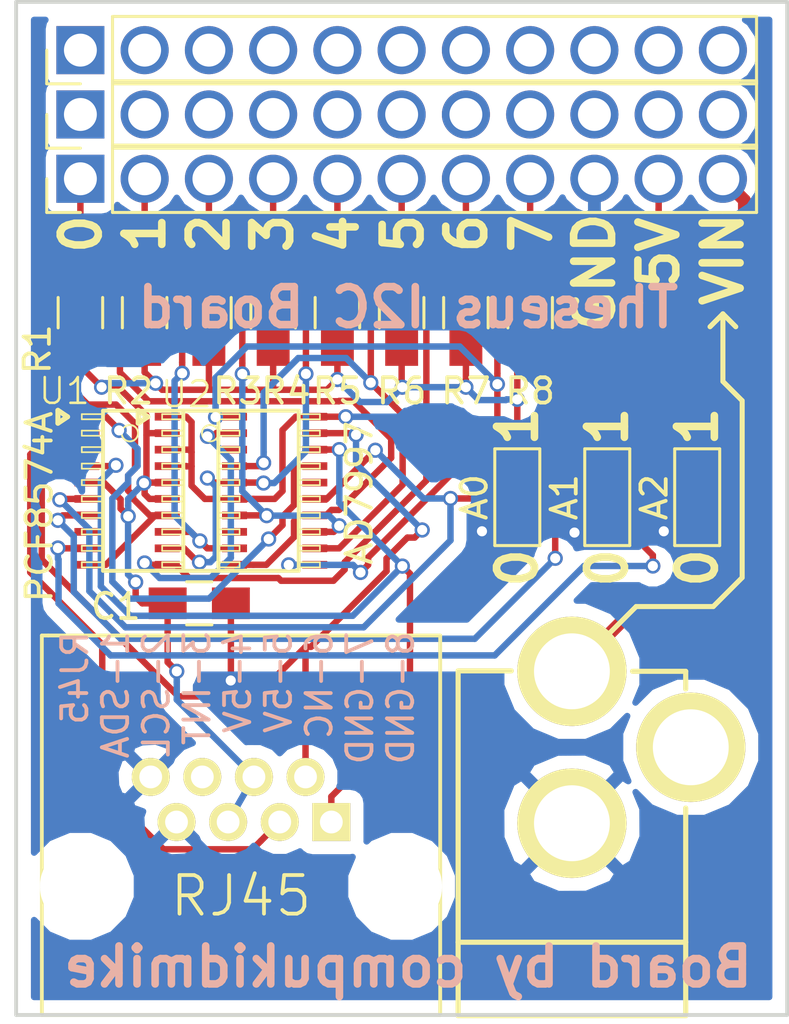
<source format=kicad_pcb>
(kicad_pcb (version 4) (host pcbnew 4.0.7)

  (general
    (links 65)
    (no_connects 0)
    (area 178.172105 70.18238 210.415 113.607)
    (thickness 1.6)
    (drawings 40)
    (tracks 413)
    (zones 0)
    (modules 19)
    (nets 18)
  )

  (page A4)
  (layers
    (0 F.Cu signal)
    (31 B.Cu signal)
    (32 B.Adhes user)
    (33 F.Adhes user)
    (34 B.Paste user)
    (35 F.Paste user)
    (36 B.SilkS user)
    (37 F.SilkS user)
    (38 B.Mask user)
    (39 F.Mask user)
    (40 Dwgs.User user)
    (41 Cmts.User user)
    (42 Eco1.User user)
    (43 Eco2.User user)
    (44 Edge.Cuts user)
    (45 Margin user)
    (46 B.CrtYd user)
    (47 F.CrtYd user)
    (48 B.Fab user)
    (49 F.Fab user hide)
  )

  (setup
    (last_trace_width 0.254)
    (trace_clearance 0.2)
    (zone_clearance 0.508)
    (zone_45_only no)
    (trace_min 0.2)
    (segment_width 0.2)
    (edge_width 0.15)
    (via_size 0.6)
    (via_drill 0.4)
    (via_min_size 0.4)
    (via_min_drill 0.3)
    (uvia_size 0.3)
    (uvia_drill 0.1)
    (uvias_allowed no)
    (uvia_min_size 0.2)
    (uvia_min_drill 0.1)
    (pcb_text_width 0.3)
    (pcb_text_size 1.5 1.5)
    (mod_edge_width 0.15)
    (mod_text_size 1 1)
    (mod_text_width 0.15)
    (pad_size 1.5 1.5)
    (pad_drill 0.9)
    (pad_to_mask_clearance 0.2)
    (aux_axis_origin 0 0)
    (visible_elements 7FFFFFFF)
    (pcbplotparams
      (layerselection 0x010f0_80000001)
      (usegerberextensions true)
      (excludeedgelayer true)
      (linewidth 0.100000)
      (plotframeref false)
      (viasonmask false)
      (mode 1)
      (useauxorigin false)
      (hpglpennumber 1)
      (hpglpenspeed 20)
      (hpglpendiameter 15)
      (hpglpenoverlay 2)
      (psnegative false)
      (psa4output false)
      (plotreference true)
      (plotvalue true)
      (plotinvisibletext false)
      (padsonsilk false)
      (subtractmaskfromsilk false)
      (outputformat 1)
      (mirror false)
      (drillshape 0)
      (scaleselection 1)
      (outputdirectory ""))
  )

  (net 0 "")
  (net 1 +5V)
  (net 2 A0)
  (net 3 GND)
  (net 4 A1)
  (net 5 A2)
  (net 6 SDA)
  (net 7 SCL)
  (net 8 INT)
  (net 9 IO0)
  (net 10 IO1)
  (net 11 IO2)
  (net 12 IO3)
  (net 13 IO4)
  (net 14 IO5)
  (net 15 IO6)
  (net 16 IO7)
  (net 17 +VDC)

  (net_class Default "This is the default net class."
    (clearance 0.2)
    (trace_width 0.254)
    (via_dia 0.6)
    (via_drill 0.4)
    (uvia_dia 0.3)
    (uvia_drill 0.1)
    (add_net +5V)
    (add_net A0)
    (add_net A1)
    (add_net A2)
    (add_net GND)
    (add_net INT)
    (add_net IO0)
    (add_net IO1)
    (add_net IO2)
    (add_net IO3)
    (add_net IO4)
    (add_net IO5)
    (add_net IO6)
    (add_net IO7)
    (add_net SCL)
    (add_net SDA)
  )

  (net_class +VDC ""
    (clearance 0.2)
    (trace_width 0.508)
    (via_dia 0.6)
    (via_drill 0.4)
    (uvia_dia 0.3)
    (uvia_drill 0.1)
    (add_net +VDC)
  )

  (module Socket_Strips:Socket_Strip_Straight_1x11_Pitch2.54mm (layer F.Cu) (tedit 5AEB8DEB) (tstamp 5AE9104E)
    (at 181.61 80.01 90)
    (descr "Through hole straight socket strip, 1x11, 2.54mm pitch, single row")
    (tags "Through hole socket strip THT 1x11 2.54mm single row")
    (path /5AE94391)
    (fp_text reference J3 (at 0 -2.33 90) (layer F.SilkS) hide
      (effects (font (size 1 1) (thickness 0.15)))
    )
    (fp_text value Conn_01x11 (at 0 27.73 90) (layer F.Fab)
      (effects (font (size 1 1) (thickness 0.15)))
    )
    (fp_line (start -1.27 -1.27) (end -1.27 26.67) (layer F.Fab) (width 0.1))
    (fp_line (start -1.27 26.67) (end 1.27 26.67) (layer F.Fab) (width 0.1))
    (fp_line (start 1.27 26.67) (end 1.27 -1.27) (layer F.Fab) (width 0.1))
    (fp_line (start 1.27 -1.27) (end -1.27 -1.27) (layer F.Fab) (width 0.1))
    (fp_line (start -1.33 1.27) (end -1.33 26.73) (layer F.SilkS) (width 0.12))
    (fp_line (start -1.33 26.73) (end 1.33 26.73) (layer F.SilkS) (width 0.12))
    (fp_line (start 1.33 26.73) (end 1.33 1.27) (layer F.SilkS) (width 0.12))
    (fp_line (start 1.33 1.27) (end -1.33 1.27) (layer F.SilkS) (width 0.12))
    (fp_line (start -1.33 0) (end -1.33 -1.33) (layer F.SilkS) (width 0.12))
    (fp_line (start -1.33 -1.33) (end 0 -1.33) (layer F.SilkS) (width 0.12))
    (fp_line (start -1.8 -1.8) (end -1.8 27.2) (layer F.CrtYd) (width 0.05))
    (fp_line (start -1.8 27.2) (end 1.8 27.2) (layer F.CrtYd) (width 0.05))
    (fp_line (start 1.8 27.2) (end 1.8 -1.8) (layer F.CrtYd) (width 0.05))
    (fp_line (start 1.8 -1.8) (end -1.8 -1.8) (layer F.CrtYd) (width 0.05))
    (fp_text user %R (at 0 -2.33 90) (layer F.Fab)
      (effects (font (size 1 1) (thickness 0.15)))
    )
    (pad 1 thru_hole rect (at 0 0 90) (size 1.9 1.9) (drill 1.3) (layers *.Cu *.Mask)
      (net 9 IO0))
    (pad 2 thru_hole oval (at 0 2.54 90) (size 1.9 1.9) (drill 1.3) (layers *.Cu *.Mask)
      (net 10 IO1))
    (pad 3 thru_hole oval (at 0 5.08 90) (size 1.9 1.9) (drill 1.3) (layers *.Cu *.Mask)
      (net 11 IO2))
    (pad 4 thru_hole oval (at 0 7.62 90) (size 1.9 1.9) (drill 1.3) (layers *.Cu *.Mask)
      (net 12 IO3))
    (pad 5 thru_hole oval (at 0 10.16 90) (size 1.9 1.9) (drill 1.3) (layers *.Cu *.Mask)
      (net 13 IO4))
    (pad 6 thru_hole oval (at 0 12.7 90) (size 1.9 1.9) (drill 1.3) (layers *.Cu *.Mask)
      (net 14 IO5))
    (pad 7 thru_hole oval (at 0 15.24 90) (size 1.9 1.9) (drill 1.3) (layers *.Cu *.Mask)
      (net 15 IO6))
    (pad 8 thru_hole oval (at 0 17.78 90) (size 1.9 1.9) (drill 1.3) (layers *.Cu *.Mask)
      (net 16 IO7))
    (pad 9 thru_hole oval (at 0 20.32 90) (size 1.9 1.9) (drill 1.3) (layers *.Cu *.Mask)
      (net 3 GND))
    (pad 10 thru_hole oval (at 0 22.86 90) (size 1.9 1.9) (drill 1.3) (layers *.Cu *.Mask)
      (net 1 +5V))
    (pad 11 thru_hole oval (at 0 25.4 90) (size 1.9 1.9) (drill 1.3) (layers *.Cu *.Mask)
      (net 17 +VDC))
    (model ${KISYS3DMOD}/Socket_Strips.3dshapes/Socket_Strip_Straight_1x11_Pitch2.54mm.wrl
      (at (xyz 0 -0.5 0))
      (scale (xyz 1 1 1))
      (rotate (xyz 0 0 270))
    )
  )

  (module Socket_Strips:Socket_Strip_Straight_1x11_Pitch2.54mm (layer F.Cu) (tedit 5AEB8EF1) (tstamp 5AE9106C)
    (at 181.61 77.47 90)
    (descr "Through hole straight socket strip, 1x11, 2.54mm pitch, single row")
    (tags "Through hole socket strip THT 1x11 2.54mm single row")
    (path /5AE95689)
    (fp_text reference J5 (at 0 -2.33 90) (layer F.SilkS) hide
      (effects (font (size 1 1) (thickness 0.15)))
    )
    (fp_text value Conn_01x11 (at 0 27.73 90) (layer F.Fab)
      (effects (font (size 1 1) (thickness 0.15)))
    )
    (fp_line (start -1.27 -1.27) (end -1.27 26.67) (layer F.Fab) (width 0.1))
    (fp_line (start -1.27 26.67) (end 1.27 26.67) (layer F.Fab) (width 0.1))
    (fp_line (start 1.27 26.67) (end 1.27 -1.27) (layer F.Fab) (width 0.1))
    (fp_line (start 1.27 -1.27) (end -1.27 -1.27) (layer F.Fab) (width 0.1))
    (fp_line (start -1.33 1.27) (end -1.33 26.73) (layer F.SilkS) (width 0.12))
    (fp_line (start -1.33 26.73) (end 1.33 26.73) (layer F.SilkS) (width 0.12))
    (fp_line (start 1.33 26.73) (end 1.33 1.27) (layer F.SilkS) (width 0.12))
    (fp_line (start 1.33 1.27) (end -1.33 1.27) (layer F.SilkS) (width 0.12))
    (fp_line (start -1.33 0) (end -1.33 -1.33) (layer F.SilkS) (width 0.12))
    (fp_line (start -1.33 -1.33) (end 0 -1.33) (layer F.SilkS) (width 0.12))
    (fp_line (start -1.8 -1.8) (end -1.8 27.2) (layer F.CrtYd) (width 0.05))
    (fp_line (start -1.8 27.2) (end 1.8 27.2) (layer F.CrtYd) (width 0.05))
    (fp_line (start 1.8 27.2) (end 1.8 -1.8) (layer F.CrtYd) (width 0.05))
    (fp_line (start 1.8 -1.8) (end -1.8 -1.8) (layer F.CrtYd) (width 0.05))
    (fp_text user %R (at 0 -2.33 90) (layer F.Fab)
      (effects (font (size 1 1) (thickness 0.15)))
    )
    (pad 1 thru_hole rect (at 0 0 90) (size 1.9 1.9) (drill 1.3) (layers *.Cu *.Mask))
    (pad 2 thru_hole oval (at 0 2.54 90) (size 1.9 1.9) (drill 1.3) (layers *.Cu *.Mask))
    (pad 3 thru_hole oval (at 0 5.08 90) (size 1.9 1.9) (drill 1.3) (layers *.Cu *.Mask))
    (pad 4 thru_hole oval (at 0 7.62 90) (size 1.9 1.9) (drill 1.3) (layers *.Cu *.Mask))
    (pad 5 thru_hole oval (at 0 10.16 90) (size 1.9 1.9) (drill 1.3) (layers *.Cu *.Mask))
    (pad 6 thru_hole oval (at 0 12.7 90) (size 1.9 1.9) (drill 1.3) (layers *.Cu *.Mask))
    (pad 7 thru_hole oval (at 0 15.24 90) (size 1.9 1.9) (drill 1.3) (layers *.Cu *.Mask))
    (pad 8 thru_hole oval (at 0 17.78 90) (size 1.9 1.9) (drill 1.3) (layers *.Cu *.Mask))
    (pad 9 thru_hole oval (at 0 20.32 90) (size 1.9 1.9) (drill 1.3) (layers *.Cu *.Mask))
    (pad 10 thru_hole oval (at 0 22.86 90) (size 1.9 1.9) (drill 1.3) (layers *.Cu *.Mask))
    (pad 11 thru_hole oval (at 0 25.4 90) (size 1.9 1.9) (drill 1.3) (layers *.Cu *.Mask))
    (model ${KISYS3DMOD}/Socket_Strips.3dshapes/Socket_Strip_Straight_1x11_Pitch2.54mm.wrl
      (at (xyz 0 -0.5 0))
      (scale (xyz 1 1 1))
      (rotate (xyz 0 0 270))
    )
  )

  (module Socket_Strips:Socket_Strip_Straight_1x11_Pitch2.54mm (layer F.Cu) (tedit 5AEB8F40) (tstamp 5AE9105D)
    (at 181.61 74.93 90)
    (descr "Through hole straight socket strip, 1x11, 2.54mm pitch, single row")
    (tags "Through hole socket strip THT 1x11 2.54mm single row")
    (path /5AE95640)
    (fp_text reference J4 (at 0 -2.33 90) (layer F.SilkS) hide
      (effects (font (size 1 1) (thickness 0.15)))
    )
    (fp_text value Conn_01x11 (at 0 27.73 90) (layer F.Fab)
      (effects (font (size 1 1) (thickness 0.15)))
    )
    (fp_line (start -1.27 -1.27) (end -1.27 26.67) (layer F.Fab) (width 0.1))
    (fp_line (start -1.27 26.67) (end 1.27 26.67) (layer F.Fab) (width 0.1))
    (fp_line (start 1.27 26.67) (end 1.27 -1.27) (layer F.Fab) (width 0.1))
    (fp_line (start 1.27 -1.27) (end -1.27 -1.27) (layer F.Fab) (width 0.1))
    (fp_line (start -1.33 1.27) (end -1.33 26.73) (layer F.SilkS) (width 0.12))
    (fp_line (start -1.33 26.73) (end 1.33 26.73) (layer F.SilkS) (width 0.12))
    (fp_line (start 1.33 26.73) (end 1.33 1.27) (layer F.SilkS) (width 0.12))
    (fp_line (start 1.33 1.27) (end -1.33 1.27) (layer F.SilkS) (width 0.12))
    (fp_line (start -1.33 0) (end -1.33 -1.33) (layer F.SilkS) (width 0.12))
    (fp_line (start -1.33 -1.33) (end 0 -1.33) (layer F.SilkS) (width 0.12))
    (fp_line (start -1.8 -1.8) (end -1.8 27.2) (layer F.CrtYd) (width 0.05))
    (fp_line (start -1.8 27.2) (end 1.8 27.2) (layer F.CrtYd) (width 0.05))
    (fp_line (start 1.8 27.2) (end 1.8 -1.8) (layer F.CrtYd) (width 0.05))
    (fp_line (start 1.8 -1.8) (end -1.8 -1.8) (layer F.CrtYd) (width 0.05))
    (fp_text user %R (at 0 -2.33 90) (layer F.Fab)
      (effects (font (size 1 1) (thickness 0.15)))
    )
    (pad 1 thru_hole rect (at 0 0 90) (size 1.9 1.9) (drill 1.3) (layers *.Cu *.Mask))
    (pad 2 thru_hole oval (at 0 2.54 90) (size 1.9 1.9) (drill 1.3) (layers *.Cu *.Mask))
    (pad 3 thru_hole oval (at 0 5.08 90) (size 1.9 1.9) (drill 1.3) (layers *.Cu *.Mask))
    (pad 4 thru_hole oval (at 0 7.62 90) (size 1.9 1.9) (drill 1.3) (layers *.Cu *.Mask))
    (pad 5 thru_hole oval (at 0 10.16 90) (size 1.9 1.9) (drill 1.3) (layers *.Cu *.Mask))
    (pad 6 thru_hole oval (at 0 12.7 90) (size 1.9 1.9) (drill 1.3) (layers *.Cu *.Mask))
    (pad 7 thru_hole oval (at 0 15.24 90) (size 1.9 1.9) (drill 1.3) (layers *.Cu *.Mask))
    (pad 8 thru_hole oval (at 0 17.78 90) (size 1.9 1.9) (drill 1.3) (layers *.Cu *.Mask))
    (pad 9 thru_hole oval (at 0 20.32 90) (size 1.9 1.9) (drill 1.3) (layers *.Cu *.Mask))
    (pad 10 thru_hole oval (at 0 22.86 90) (size 1.9 1.9) (drill 1.3) (layers *.Cu *.Mask))
    (pad 11 thru_hole oval (at 0 25.4 90) (size 1.9 1.9) (drill 1.3) (layers *.Cu *.Mask))
    (model ${KISYS3DMOD}/Socket_Strips.3dshapes/Socket_Strip_Straight_1x11_Pitch2.54mm.wrl
      (at (xyz 0 -0.5 0))
      (scale (xyz 1 1 1))
      (rotate (xyz 0 0 270))
    )
  )

  (module SparkFun-Connectors:POWER_JACK_PTH (layer F.Cu) (tedit 5AEB906A) (tstamp 5AE9103F)
    (at 201.041 113.157)
    (path /5AE4F0BE)
    (attr virtual)
    (fp_text reference J2 (at -2.794 -5.2832) (layer F.SilkS) hide
      (effects (font (size 0.4064 0.4064) (thickness 0.0254)))
    )
    (fp_text value Barrel_Jack (at -2.58826 -4.0132) (layer F.SilkS) hide
      (effects (font (size 0.4064 0.4064) (thickness 0.0254)))
    )
    (fp_line (start 4.49834 -13.69822) (end 2.39776 -13.69822) (layer F.SilkS) (width 0.2032))
    (fp_line (start -4.49834 -2.99974) (end -4.49834 -0.09906) (layer F.SilkS) (width 0.2032))
    (fp_line (start 4.49834 -0.09906) (end 4.49834 -2.99974) (layer F.SilkS) (width 0.2032))
    (fp_line (start 4.49834 -0.09906) (end -4.49834 -0.09906) (layer F.SilkS) (width 0.2032))
    (fp_line (start 4.49834 -2.99974) (end 4.49834 -8.29818) (layer F.SilkS) (width 0.2032))
    (fp_line (start 4.49834 -13.69822) (end 4.49834 -12.99972) (layer F.SilkS) (width 0.2032))
    (fp_line (start -4.49834 -2.99974) (end -4.49834 -13.69822) (layer F.SilkS) (width 0.2032))
    (fp_line (start -4.49834 -13.716) (end -2.39776 -13.716) (layer F.SilkS) (width 0.2032))
    (fp_line (start -4.49834 -2.99974) (end 4.49834 -2.99974) (layer F.SilkS) (width 0.2032))
    (pad 2 thru_hole circle (at 0 -7.69874) (size 4.318 4.318) (drill 2.9972) (layers *.Cu *.Mask F.Paste F.SilkS)
      (net 3 GND))
    (pad GNDB thru_hole circle (at 4.699 -10.69848) (size 4.318 4.318) (drill 2.9972) (layers *.Cu *.Mask F.Paste F.SilkS))
    (pad 1 thru_hole circle (at 0 -13.69822) (size 4.318 4.318) (drill 2.9972) (layers *.Cu *.Mask F.Paste F.SilkS)
      (net 17 +VDC))
  )

  (module SparkFun-Connectors:RJ45-8 (layer F.Cu) (tedit 5AEB9093) (tstamp 5AE91038)
    (at 187.96 107.95)
    (path /5AE4F069)
    (attr virtual)
    (fp_text reference J1 (at 6.604 -10.9728) (layer F.SilkS) hide
      (effects (font (thickness 0.15)))
    )
    (fp_text value RJ45 (at 0 0.381) (layer F.SilkS)
      (effects (font (thickness 0.15)))
    )
    (fp_line (start -7.62 -9.906) (end 7.874 -9.906) (layer F.SilkS) (width 0.15))
    (fp_line (start 7.874 -9.906) (end 7.874 5.08) (layer F.SilkS) (width 0.15))
    (fp_line (start 7.874 5.08) (end -7.874 5.08) (layer F.SilkS) (width 0.15))
    (fp_line (start -7.874 5.08) (end -7.874 -9.906) (layer F.SilkS) (width 0.15))
    (fp_line (start -7.874 -9.906) (end -7.62 -9.906) (layer F.SilkS) (width 0.15))
    (pad "" np_thru_hole circle (at -6.35 0) (size 3.2 3.2) (drill 3.2) (layers *.Cu *.Mask))
    (pad 1 thru_hole rect (at 3.57 -2.54) (size 1.5 1.5) (drill 0.9) (layers *.Cu *.Mask F.Paste F.SilkS)
      (net 6 SDA))
    (pad 2 thru_hole circle (at 2.55 -4.32) (size 1.5 1.5) (drill 0.9) (layers *.Cu *.Mask F.Paste F.SilkS)
      (net 7 SCL))
    (pad 3 thru_hole circle (at 1.53 -2.54) (size 1.5 1.5) (drill 0.9) (layers *.Cu *.Mask F.Paste F.SilkS)
      (net 8 INT))
    (pad 4 thru_hole circle (at 0.51 -4.32) (size 1.5 1.5) (drill 0.9) (layers *.Cu *.Mask F.Paste F.SilkS)
      (net 1 +5V))
    (pad 5 thru_hole circle (at -0.51 -2.54) (size 1.5 1.5) (drill 0.9) (layers *.Cu *.Mask F.Paste F.SilkS)
      (net 1 +5V))
    (pad 6 thru_hole circle (at -1.53 -4.32) (size 1.5 1.5) (drill 0.9) (layers *.Cu *.Mask F.Paste F.SilkS))
    (pad 7 thru_hole circle (at -2.55 -2.54) (size 1.5 1.5) (drill 0.9) (layers *.Cu *.Mask F.Paste F.SilkS)
      (net 3 GND))
    (pad 8 thru_hole circle (at -3.57 -4.32) (size 1.5 1.5) (drill 0.9) (layers *.Cu *.Mask F.Paste F.SilkS)
      (net 3 GND))
    (pad "" np_thru_hole circle (at 6.35 0) (size 3.2 3.2) (drill 3.2) (layers *.Cu *.Mask))
  )

  (module adafruit:TSSOP20 (layer F.Cu) (tedit 5AEB879A) (tstamp 5AE910C8)
    (at 187.96 92.329 270)
    (path /5AE67FA4)
    (attr smd)
    (fp_text reference U2 (at -3.81 2.159 540) (layer F.SilkS)
      (effects (font (size 1.016 1.016) (thickness 0.1016)))
    )
    (fp_text value AD7997 (at 4.0259 -0.9652 360) (layer F.SilkS) hide
      (effects (font (size 1.016 1.016) (thickness 0.1016)))
    )
    (fp_line (start -3.02514 3.11912) (end -2.82194 3.11912) (layer F.SilkS) (width 0.06604))
    (fp_line (start -2.82194 3.11912) (end -2.82194 2.28092) (layer F.SilkS) (width 0.06604))
    (fp_line (start -3.02514 2.28092) (end -2.82194 2.28092) (layer F.SilkS) (width 0.06604))
    (fp_line (start -3.02514 3.11912) (end -3.02514 2.28092) (layer F.SilkS) (width 0.06604))
    (fp_line (start -2.3749 3.11912) (end -2.1717 3.11912) (layer F.SilkS) (width 0.06604))
    (fp_line (start -2.1717 3.11912) (end -2.1717 2.28092) (layer F.SilkS) (width 0.06604))
    (fp_line (start -2.3749 2.28092) (end -2.1717 2.28092) (layer F.SilkS) (width 0.06604))
    (fp_line (start -2.3749 3.11912) (end -2.3749 2.28092) (layer F.SilkS) (width 0.06604))
    (fp_line (start -1.72466 3.11912) (end -1.52146 3.11912) (layer F.SilkS) (width 0.06604))
    (fp_line (start -1.52146 3.11912) (end -1.52146 2.28092) (layer F.SilkS) (width 0.06604))
    (fp_line (start -1.72466 2.28092) (end -1.52146 2.28092) (layer F.SilkS) (width 0.06604))
    (fp_line (start -1.72466 3.11912) (end -1.72466 2.28092) (layer F.SilkS) (width 0.06604))
    (fp_line (start -1.07442 3.11912) (end -0.87122 3.11912) (layer F.SilkS) (width 0.06604))
    (fp_line (start -0.87122 3.11912) (end -0.87122 2.28092) (layer F.SilkS) (width 0.06604))
    (fp_line (start -1.07442 2.28092) (end -0.87122 2.28092) (layer F.SilkS) (width 0.06604))
    (fp_line (start -1.07442 3.11912) (end -1.07442 2.28092) (layer F.SilkS) (width 0.06604))
    (fp_line (start -0.42418 3.11912) (end -0.22098 3.11912) (layer F.SilkS) (width 0.06604))
    (fp_line (start -0.22098 3.11912) (end -0.22098 2.28092) (layer F.SilkS) (width 0.06604))
    (fp_line (start -0.42418 2.28092) (end -0.22098 2.28092) (layer F.SilkS) (width 0.06604))
    (fp_line (start -0.42418 3.11912) (end -0.42418 2.28092) (layer F.SilkS) (width 0.06604))
    (fp_line (start 0.22098 3.11912) (end 0.42418 3.11912) (layer F.SilkS) (width 0.06604))
    (fp_line (start 0.42418 3.11912) (end 0.42418 2.28092) (layer F.SilkS) (width 0.06604))
    (fp_line (start 0.22098 2.28092) (end 0.42418 2.28092) (layer F.SilkS) (width 0.06604))
    (fp_line (start 0.22098 3.11912) (end 0.22098 2.28092) (layer F.SilkS) (width 0.06604))
    (fp_line (start 0.87122 3.11912) (end 1.07442 3.11912) (layer F.SilkS) (width 0.06604))
    (fp_line (start 1.07442 3.11912) (end 1.07442 2.28092) (layer F.SilkS) (width 0.06604))
    (fp_line (start 0.87122 2.28092) (end 1.07442 2.28092) (layer F.SilkS) (width 0.06604))
    (fp_line (start 0.87122 3.11912) (end 0.87122 2.28092) (layer F.SilkS) (width 0.06604))
    (fp_line (start 1.52146 3.11912) (end 1.72466 3.11912) (layer F.SilkS) (width 0.06604))
    (fp_line (start 1.72466 3.11912) (end 1.72466 2.28092) (layer F.SilkS) (width 0.06604))
    (fp_line (start 1.52146 2.28092) (end 1.72466 2.28092) (layer F.SilkS) (width 0.06604))
    (fp_line (start 1.52146 3.11912) (end 1.52146 2.28092) (layer F.SilkS) (width 0.06604))
    (fp_line (start 1.52146 -2.28092) (end 1.72466 -2.28092) (layer F.SilkS) (width 0.06604))
    (fp_line (start 1.72466 -2.28092) (end 1.72466 -3.11912) (layer F.SilkS) (width 0.06604))
    (fp_line (start 1.52146 -3.11912) (end 1.72466 -3.11912) (layer F.SilkS) (width 0.06604))
    (fp_line (start 1.52146 -2.28092) (end 1.52146 -3.11912) (layer F.SilkS) (width 0.06604))
    (fp_line (start 0.87122 -2.28092) (end 1.07442 -2.28092) (layer F.SilkS) (width 0.06604))
    (fp_line (start 1.07442 -2.28092) (end 1.07442 -3.11912) (layer F.SilkS) (width 0.06604))
    (fp_line (start 0.87122 -3.11912) (end 1.07442 -3.11912) (layer F.SilkS) (width 0.06604))
    (fp_line (start 0.87122 -2.28092) (end 0.87122 -3.11912) (layer F.SilkS) (width 0.06604))
    (fp_line (start 0.22098 -2.28092) (end 0.42418 -2.28092) (layer F.SilkS) (width 0.06604))
    (fp_line (start 0.42418 -2.28092) (end 0.42418 -3.11912) (layer F.SilkS) (width 0.06604))
    (fp_line (start 0.22098 -3.11912) (end 0.42418 -3.11912) (layer F.SilkS) (width 0.06604))
    (fp_line (start 0.22098 -2.28092) (end 0.22098 -3.11912) (layer F.SilkS) (width 0.06604))
    (fp_line (start -0.42418 -2.28092) (end -0.22098 -2.28092) (layer F.SilkS) (width 0.06604))
    (fp_line (start -0.22098 -2.28092) (end -0.22098 -3.11912) (layer F.SilkS) (width 0.06604))
    (fp_line (start -0.42418 -3.11912) (end -0.22098 -3.11912) (layer F.SilkS) (width 0.06604))
    (fp_line (start -0.42418 -2.28092) (end -0.42418 -3.11912) (layer F.SilkS) (width 0.06604))
    (fp_line (start -1.07442 -2.28092) (end -0.87122 -2.28092) (layer F.SilkS) (width 0.06604))
    (fp_line (start -0.87122 -2.28092) (end -0.87122 -3.11912) (layer F.SilkS) (width 0.06604))
    (fp_line (start -1.07442 -3.11912) (end -0.87122 -3.11912) (layer F.SilkS) (width 0.06604))
    (fp_line (start -1.07442 -2.28092) (end -1.07442 -3.11912) (layer F.SilkS) (width 0.06604))
    (fp_line (start -1.72466 -2.28092) (end -1.52146 -2.28092) (layer F.SilkS) (width 0.06604))
    (fp_line (start -1.52146 -2.28092) (end -1.52146 -3.11912) (layer F.SilkS) (width 0.06604))
    (fp_line (start -1.72466 -3.11912) (end -1.52146 -3.11912) (layer F.SilkS) (width 0.06604))
    (fp_line (start -1.72466 -2.28092) (end -1.72466 -3.11912) (layer F.SilkS) (width 0.06604))
    (fp_line (start -2.3749 -2.28092) (end -2.1717 -2.28092) (layer F.SilkS) (width 0.06604))
    (fp_line (start -2.1717 -2.28092) (end -2.1717 -3.11912) (layer F.SilkS) (width 0.06604))
    (fp_line (start -2.3749 -3.11912) (end -2.1717 -3.11912) (layer F.SilkS) (width 0.06604))
    (fp_line (start -2.3749 -2.28092) (end -2.3749 -3.11912) (layer F.SilkS) (width 0.06604))
    (fp_line (start -3.02514 -2.28092) (end -2.82194 -2.28092) (layer F.SilkS) (width 0.06604))
    (fp_line (start -2.82194 -2.28092) (end -2.82194 -3.11912) (layer F.SilkS) (width 0.06604))
    (fp_line (start -3.02514 -3.11912) (end -2.82194 -3.11912) (layer F.SilkS) (width 0.06604))
    (fp_line (start -3.02514 -2.28092) (end -3.02514 -3.11912) (layer F.SilkS) (width 0.06604))
    (fp_line (start 2.1717 3.11912) (end 2.3749 3.11912) (layer F.SilkS) (width 0.06604))
    (fp_line (start 2.3749 3.11912) (end 2.3749 2.28092) (layer F.SilkS) (width 0.06604))
    (fp_line (start 2.1717 2.28092) (end 2.3749 2.28092) (layer F.SilkS) (width 0.06604))
    (fp_line (start 2.1717 3.11912) (end 2.1717 2.28092) (layer F.SilkS) (width 0.06604))
    (fp_line (start 2.82194 3.11912) (end 3.02514 3.11912) (layer F.SilkS) (width 0.06604))
    (fp_line (start 3.02514 3.11912) (end 3.02514 2.28092) (layer F.SilkS) (width 0.06604))
    (fp_line (start 2.82194 2.28092) (end 3.02514 2.28092) (layer F.SilkS) (width 0.06604))
    (fp_line (start 2.82194 3.11912) (end 2.82194 2.28092) (layer F.SilkS) (width 0.06604))
    (fp_line (start 2.1717 -2.28092) (end 2.3749 -2.28092) (layer F.SilkS) (width 0.06604))
    (fp_line (start 2.3749 -2.28092) (end 2.3749 -3.11912) (layer F.SilkS) (width 0.06604))
    (fp_line (start 2.1717 -3.11912) (end 2.3749 -3.11912) (layer F.SilkS) (width 0.06604))
    (fp_line (start 2.1717 -2.28092) (end 2.1717 -3.11912) (layer F.SilkS) (width 0.06604))
    (fp_line (start 2.82194 -2.28092) (end 3.02514 -2.28092) (layer F.SilkS) (width 0.06604))
    (fp_line (start 3.02514 -2.28092) (end 3.02514 -3.11912) (layer F.SilkS) (width 0.06604))
    (fp_line (start 2.82194 -3.11912) (end 3.02514 -3.11912) (layer F.SilkS) (width 0.06604))
    (fp_line (start 2.82194 -2.28092) (end 2.82194 -3.11912) (layer F.SilkS) (width 0.06604))
    (fp_line (start -3.1623 2.28092) (end 3.1623 2.28092) (layer F.SilkS) (width 0.1524))
    (fp_line (start 3.1623 -2.28092) (end 3.1623 2.28092) (layer F.SilkS) (width 0.1524))
    (fp_line (start 3.1623 -2.28092) (end -3.1623 -2.28092) (layer F.SilkS) (width 0.1524))
    (fp_line (start -3.1623 2.28092) (end -3.1623 -2.28092) (layer F.SilkS) (width 0.1524))
    (fp_circle (center -2.2733 1.2192) (end -2.5019 1.4478) (layer F.SilkS) (width 0.0762))
    (pad 1 smd rect (at -2.92354 2.91592 270) (size 0.3048 0.9906) (layers F.Cu F.Paste F.Mask)
      (net 3 GND))
    (pad 2 smd rect (at -2.2733 2.91592 270) (size 0.3048 0.9906) (layers F.Cu F.Paste F.Mask)
      (net 1 +5V))
    (pad 3 smd rect (at -1.62306 2.91592 270) (size 0.3048 0.9906) (layers F.Cu F.Paste F.Mask)
      (net 3 GND))
    (pad 4 smd rect (at -0.97282 2.91592 270) (size 0.3048 0.9906) (layers F.Cu F.Paste F.Mask)
      (net 3 GND))
    (pad 5 smd rect (at -0.32258 2.91592 270) (size 0.3048 0.9906) (layers F.Cu F.Paste F.Mask)
      (net 1 +5V))
    (pad 6 smd rect (at 0.32258 2.91592 270) (size 0.3048 0.9906) (layers F.Cu F.Paste F.Mask)
      (net 1 +5V))
    (pad 7 smd rect (at 0.97282 2.91592 270) (size 0.3048 0.9906) (layers F.Cu F.Paste F.Mask)
      (net 9 IO0))
    (pad 8 smd rect (at 1.62306 2.91592 270) (size 0.3048 0.9906) (layers F.Cu F.Paste F.Mask)
      (net 11 IO2))
    (pad 9 smd rect (at 2.2733 2.91592 270) (size 0.3048 0.9906) (layers F.Cu F.Paste F.Mask)
      (net 13 IO4))
    (pad 10 smd rect (at 2.92354 2.91592 270) (size 0.3048 0.9906) (layers F.Cu F.Paste F.Mask)
      (net 15 IO6))
    (pad 11 smd rect (at 2.92354 -2.91592 270) (size 0.3048 0.9906) (layers F.Cu F.Paste F.Mask)
      (net 16 IO7))
    (pad 12 smd rect (at 2.2733 -2.91592 270) (size 0.3048 0.9906) (layers F.Cu F.Paste F.Mask)
      (net 14 IO5))
    (pad 13 smd rect (at 1.62306 -2.91592 270) (size 0.3048 0.9906) (layers F.Cu F.Paste F.Mask)
      (net 12 IO3))
    (pad 14 smd rect (at 0.97282 -2.91592 270) (size 0.3048 0.9906) (layers F.Cu F.Paste F.Mask)
      (net 10 IO1))
    (pad 15 smd rect (at 0.32258 -2.91592 270) (size 0.3048 0.9906) (layers F.Cu F.Paste F.Mask)
      (net 2 A0))
    (pad 16 smd rect (at -0.32258 -2.91592 270) (size 0.3048 0.9906) (layers F.Cu F.Paste F.Mask))
    (pad 17 smd rect (at -0.97282 -2.91592 270) (size 0.3048 0.9906) (layers F.Cu F.Paste F.Mask)
      (net 8 INT))
    (pad 18 smd rect (at -1.62306 -2.91592 270) (size 0.3048 0.9906) (layers F.Cu F.Paste F.Mask)
      (net 6 SDA))
    (pad 19 smd rect (at -2.2733 -2.91592 270) (size 0.3048 0.9906) (layers F.Cu F.Paste F.Mask)
      (net 7 SCL))
    (pad 20 smd rect (at -2.92354 -2.91592 270) (size 0.3048 0.9906) (layers F.Cu F.Paste F.Mask)
      (net 3 GND))
  )

  (module adafruit:TSSOP20 (layer F.Cu) (tedit 5AEB8797) (tstamp 5AEB7BE9)
    (at 184.785 92.329 270)
    (path /5AEB807B)
    (attr smd)
    (fp_text reference U1 (at -3.937 3.81 540) (layer F.SilkS)
      (effects (font (size 1.016 1.016) (thickness 0.1016)))
    )
    (fp_text value PCF8574-TSSOP20 (at 4.0259 -0.9652 360) (layer F.SilkS) hide
      (effects (font (size 1.016 1.016) (thickness 0.1016)))
    )
    (fp_line (start -3.02514 3.11912) (end -2.82194 3.11912) (layer F.SilkS) (width 0.06604))
    (fp_line (start -2.82194 3.11912) (end -2.82194 2.28092) (layer F.SilkS) (width 0.06604))
    (fp_line (start -3.02514 2.28092) (end -2.82194 2.28092) (layer F.SilkS) (width 0.06604))
    (fp_line (start -3.02514 3.11912) (end -3.02514 2.28092) (layer F.SilkS) (width 0.06604))
    (fp_line (start -2.3749 3.11912) (end -2.1717 3.11912) (layer F.SilkS) (width 0.06604))
    (fp_line (start -2.1717 3.11912) (end -2.1717 2.28092) (layer F.SilkS) (width 0.06604))
    (fp_line (start -2.3749 2.28092) (end -2.1717 2.28092) (layer F.SilkS) (width 0.06604))
    (fp_line (start -2.3749 3.11912) (end -2.3749 2.28092) (layer F.SilkS) (width 0.06604))
    (fp_line (start -1.72466 3.11912) (end -1.52146 3.11912) (layer F.SilkS) (width 0.06604))
    (fp_line (start -1.52146 3.11912) (end -1.52146 2.28092) (layer F.SilkS) (width 0.06604))
    (fp_line (start -1.72466 2.28092) (end -1.52146 2.28092) (layer F.SilkS) (width 0.06604))
    (fp_line (start -1.72466 3.11912) (end -1.72466 2.28092) (layer F.SilkS) (width 0.06604))
    (fp_line (start -1.07442 3.11912) (end -0.87122 3.11912) (layer F.SilkS) (width 0.06604))
    (fp_line (start -0.87122 3.11912) (end -0.87122 2.28092) (layer F.SilkS) (width 0.06604))
    (fp_line (start -1.07442 2.28092) (end -0.87122 2.28092) (layer F.SilkS) (width 0.06604))
    (fp_line (start -1.07442 3.11912) (end -1.07442 2.28092) (layer F.SilkS) (width 0.06604))
    (fp_line (start -0.42418 3.11912) (end -0.22098 3.11912) (layer F.SilkS) (width 0.06604))
    (fp_line (start -0.22098 3.11912) (end -0.22098 2.28092) (layer F.SilkS) (width 0.06604))
    (fp_line (start -0.42418 2.28092) (end -0.22098 2.28092) (layer F.SilkS) (width 0.06604))
    (fp_line (start -0.42418 3.11912) (end -0.42418 2.28092) (layer F.SilkS) (width 0.06604))
    (fp_line (start 0.22098 3.11912) (end 0.42418 3.11912) (layer F.SilkS) (width 0.06604))
    (fp_line (start 0.42418 3.11912) (end 0.42418 2.28092) (layer F.SilkS) (width 0.06604))
    (fp_line (start 0.22098 2.28092) (end 0.42418 2.28092) (layer F.SilkS) (width 0.06604))
    (fp_line (start 0.22098 3.11912) (end 0.22098 2.28092) (layer F.SilkS) (width 0.06604))
    (fp_line (start 0.87122 3.11912) (end 1.07442 3.11912) (layer F.SilkS) (width 0.06604))
    (fp_line (start 1.07442 3.11912) (end 1.07442 2.28092) (layer F.SilkS) (width 0.06604))
    (fp_line (start 0.87122 2.28092) (end 1.07442 2.28092) (layer F.SilkS) (width 0.06604))
    (fp_line (start 0.87122 3.11912) (end 0.87122 2.28092) (layer F.SilkS) (width 0.06604))
    (fp_line (start 1.52146 3.11912) (end 1.72466 3.11912) (layer F.SilkS) (width 0.06604))
    (fp_line (start 1.72466 3.11912) (end 1.72466 2.28092) (layer F.SilkS) (width 0.06604))
    (fp_line (start 1.52146 2.28092) (end 1.72466 2.28092) (layer F.SilkS) (width 0.06604))
    (fp_line (start 1.52146 3.11912) (end 1.52146 2.28092) (layer F.SilkS) (width 0.06604))
    (fp_line (start 1.52146 -2.28092) (end 1.72466 -2.28092) (layer F.SilkS) (width 0.06604))
    (fp_line (start 1.72466 -2.28092) (end 1.72466 -3.11912) (layer F.SilkS) (width 0.06604))
    (fp_line (start 1.52146 -3.11912) (end 1.72466 -3.11912) (layer F.SilkS) (width 0.06604))
    (fp_line (start 1.52146 -2.28092) (end 1.52146 -3.11912) (layer F.SilkS) (width 0.06604))
    (fp_line (start 0.87122 -2.28092) (end 1.07442 -2.28092) (layer F.SilkS) (width 0.06604))
    (fp_line (start 1.07442 -2.28092) (end 1.07442 -3.11912) (layer F.SilkS) (width 0.06604))
    (fp_line (start 0.87122 -3.11912) (end 1.07442 -3.11912) (layer F.SilkS) (width 0.06604))
    (fp_line (start 0.87122 -2.28092) (end 0.87122 -3.11912) (layer F.SilkS) (width 0.06604))
    (fp_line (start 0.22098 -2.28092) (end 0.42418 -2.28092) (layer F.SilkS) (width 0.06604))
    (fp_line (start 0.42418 -2.28092) (end 0.42418 -3.11912) (layer F.SilkS) (width 0.06604))
    (fp_line (start 0.22098 -3.11912) (end 0.42418 -3.11912) (layer F.SilkS) (width 0.06604))
    (fp_line (start 0.22098 -2.28092) (end 0.22098 -3.11912) (layer F.SilkS) (width 0.06604))
    (fp_line (start -0.42418 -2.28092) (end -0.22098 -2.28092) (layer F.SilkS) (width 0.06604))
    (fp_line (start -0.22098 -2.28092) (end -0.22098 -3.11912) (layer F.SilkS) (width 0.06604))
    (fp_line (start -0.42418 -3.11912) (end -0.22098 -3.11912) (layer F.SilkS) (width 0.06604))
    (fp_line (start -0.42418 -2.28092) (end -0.42418 -3.11912) (layer F.SilkS) (width 0.06604))
    (fp_line (start -1.07442 -2.28092) (end -0.87122 -2.28092) (layer F.SilkS) (width 0.06604))
    (fp_line (start -0.87122 -2.28092) (end -0.87122 -3.11912) (layer F.SilkS) (width 0.06604))
    (fp_line (start -1.07442 -3.11912) (end -0.87122 -3.11912) (layer F.SilkS) (width 0.06604))
    (fp_line (start -1.07442 -2.28092) (end -1.07442 -3.11912) (layer F.SilkS) (width 0.06604))
    (fp_line (start -1.72466 -2.28092) (end -1.52146 -2.28092) (layer F.SilkS) (width 0.06604))
    (fp_line (start -1.52146 -2.28092) (end -1.52146 -3.11912) (layer F.SilkS) (width 0.06604))
    (fp_line (start -1.72466 -3.11912) (end -1.52146 -3.11912) (layer F.SilkS) (width 0.06604))
    (fp_line (start -1.72466 -2.28092) (end -1.72466 -3.11912) (layer F.SilkS) (width 0.06604))
    (fp_line (start -2.3749 -2.28092) (end -2.1717 -2.28092) (layer F.SilkS) (width 0.06604))
    (fp_line (start -2.1717 -2.28092) (end -2.1717 -3.11912) (layer F.SilkS) (width 0.06604))
    (fp_line (start -2.3749 -3.11912) (end -2.1717 -3.11912) (layer F.SilkS) (width 0.06604))
    (fp_line (start -2.3749 -2.28092) (end -2.3749 -3.11912) (layer F.SilkS) (width 0.06604))
    (fp_line (start -3.02514 -2.28092) (end -2.82194 -2.28092) (layer F.SilkS) (width 0.06604))
    (fp_line (start -2.82194 -2.28092) (end -2.82194 -3.11912) (layer F.SilkS) (width 0.06604))
    (fp_line (start -3.02514 -3.11912) (end -2.82194 -3.11912) (layer F.SilkS) (width 0.06604))
    (fp_line (start -3.02514 -2.28092) (end -3.02514 -3.11912) (layer F.SilkS) (width 0.06604))
    (fp_line (start 2.1717 3.11912) (end 2.3749 3.11912) (layer F.SilkS) (width 0.06604))
    (fp_line (start 2.3749 3.11912) (end 2.3749 2.28092) (layer F.SilkS) (width 0.06604))
    (fp_line (start 2.1717 2.28092) (end 2.3749 2.28092) (layer F.SilkS) (width 0.06604))
    (fp_line (start 2.1717 3.11912) (end 2.1717 2.28092) (layer F.SilkS) (width 0.06604))
    (fp_line (start 2.82194 3.11912) (end 3.02514 3.11912) (layer F.SilkS) (width 0.06604))
    (fp_line (start 3.02514 3.11912) (end 3.02514 2.28092) (layer F.SilkS) (width 0.06604))
    (fp_line (start 2.82194 2.28092) (end 3.02514 2.28092) (layer F.SilkS) (width 0.06604))
    (fp_line (start 2.82194 3.11912) (end 2.82194 2.28092) (layer F.SilkS) (width 0.06604))
    (fp_line (start 2.1717 -2.28092) (end 2.3749 -2.28092) (layer F.SilkS) (width 0.06604))
    (fp_line (start 2.3749 -2.28092) (end 2.3749 -3.11912) (layer F.SilkS) (width 0.06604))
    (fp_line (start 2.1717 -3.11912) (end 2.3749 -3.11912) (layer F.SilkS) (width 0.06604))
    (fp_line (start 2.1717 -2.28092) (end 2.1717 -3.11912) (layer F.SilkS) (width 0.06604))
    (fp_line (start 2.82194 -2.28092) (end 3.02514 -2.28092) (layer F.SilkS) (width 0.06604))
    (fp_line (start 3.02514 -2.28092) (end 3.02514 -3.11912) (layer F.SilkS) (width 0.06604))
    (fp_line (start 2.82194 -3.11912) (end 3.02514 -3.11912) (layer F.SilkS) (width 0.06604))
    (fp_line (start 2.82194 -2.28092) (end 2.82194 -3.11912) (layer F.SilkS) (width 0.06604))
    (fp_line (start -3.1623 2.28092) (end 3.1623 2.28092) (layer F.SilkS) (width 0.1524))
    (fp_line (start 3.1623 -2.28092) (end 3.1623 2.28092) (layer F.SilkS) (width 0.1524))
    (fp_line (start 3.1623 -2.28092) (end -3.1623 -2.28092) (layer F.SilkS) (width 0.1524))
    (fp_line (start -3.1623 2.28092) (end -3.1623 -2.28092) (layer F.SilkS) (width 0.1524))
    (fp_circle (center -2.2733 1.2192) (end -2.5019 1.4478) (layer F.SilkS) (width 0.0762))
    (pad 1 smd rect (at -2.92354 2.91592 270) (size 0.3048 0.9906) (layers F.Cu F.Paste F.Mask)
      (net 8 INT))
    (pad 2 smd rect (at -2.2733 2.91592 270) (size 0.3048 0.9906) (layers F.Cu F.Paste F.Mask)
      (net 7 SCL))
    (pad 3 smd rect (at -1.62306 2.91592 270) (size 0.3048 0.9906) (layers F.Cu F.Paste F.Mask))
    (pad 4 smd rect (at -0.97282 2.91592 270) (size 0.3048 0.9906) (layers F.Cu F.Paste F.Mask)
      (net 6 SDA))
    (pad 5 smd rect (at -0.32258 2.91592 270) (size 0.3048 0.9906) (layers F.Cu F.Paste F.Mask)
      (net 1 +5V))
    (pad 6 smd rect (at 0.32258 2.91592 270) (size 0.3048 0.9906) (layers F.Cu F.Paste F.Mask)
      (net 2 A0))
    (pad 7 smd rect (at 0.97282 2.91592 270) (size 0.3048 0.9906) (layers F.Cu F.Paste F.Mask)
      (net 4 A1))
    (pad 8 smd rect (at 1.62306 2.91592 270) (size 0.3048 0.9906) (layers F.Cu F.Paste F.Mask))
    (pad 9 smd rect (at 2.2733 2.91592 270) (size 0.3048 0.9906) (layers F.Cu F.Paste F.Mask)
      (net 5 A2))
    (pad 10 smd rect (at 2.92354 2.91592 270) (size 0.3048 0.9906) (layers F.Cu F.Paste F.Mask)
      (net 9 IO0))
    (pad 11 smd rect (at 2.92354 -2.91592 270) (size 0.3048 0.9906) (layers F.Cu F.Paste F.Mask)
      (net 10 IO1))
    (pad 12 smd rect (at 2.2733 -2.91592 270) (size 0.3048 0.9906) (layers F.Cu F.Paste F.Mask)
      (net 11 IO2))
    (pad 13 smd rect (at 1.62306 -2.91592 270) (size 0.3048 0.9906) (layers F.Cu F.Paste F.Mask))
    (pad 14 smd rect (at 0.97282 -2.91592 270) (size 0.3048 0.9906) (layers F.Cu F.Paste F.Mask)
      (net 12 IO3))
    (pad 15 smd rect (at 0.32258 -2.91592 270) (size 0.3048 0.9906) (layers F.Cu F.Paste F.Mask)
      (net 3 GND))
    (pad 16 smd rect (at -0.32258 -2.91592 270) (size 0.3048 0.9906) (layers F.Cu F.Paste F.Mask)
      (net 13 IO4))
    (pad 17 smd rect (at -0.97282 -2.91592 270) (size 0.3048 0.9906) (layers F.Cu F.Paste F.Mask)
      (net 14 IO5))
    (pad 18 smd rect (at -1.62306 -2.91592 270) (size 0.3048 0.9906) (layers F.Cu F.Paste F.Mask))
    (pad 19 smd rect (at -2.2733 -2.91592 270) (size 0.3048 0.9906) (layers F.Cu F.Paste F.Mask)
      (net 15 IO6))
    (pad 20 smd rect (at -2.92354 -2.91592 270) (size 0.3048 0.9906) (layers F.Cu F.Paste F.Mask)
      (net 16 IO7))
  )

  (module Connectors:GS3 (layer F.Cu) (tedit 58613494) (tstamp 5AE9101E)
    (at 198.882 92.583)
    (descr "3-pin solder bridge")
    (tags "solder bridge")
    (path /5AE92419)
    (attr smd)
    (fp_text reference A0 (at -1.7 0 90) (layer F.SilkS)
      (effects (font (size 1 1) (thickness 0.15)))
    )
    (fp_text value GS3 (at 1.8 0 90) (layer F.Fab)
      (effects (font (size 1 1) (thickness 0.15)))
    )
    (fp_line (start -1.15 -2.15) (end 1.15 -2.15) (layer F.CrtYd) (width 0.05))
    (fp_line (start 1.15 -2.15) (end 1.15 2.15) (layer F.CrtYd) (width 0.05))
    (fp_line (start 1.15 2.15) (end -1.15 2.15) (layer F.CrtYd) (width 0.05))
    (fp_line (start -1.15 2.15) (end -1.15 -2.15) (layer F.CrtYd) (width 0.05))
    (fp_line (start -0.89 -1.91) (end -0.89 1.91) (layer F.SilkS) (width 0.12))
    (fp_line (start -0.89 1.91) (end 0.89 1.91) (layer F.SilkS) (width 0.12))
    (fp_line (start 0.89 1.91) (end 0.89 -1.91) (layer F.SilkS) (width 0.12))
    (fp_line (start -0.89 -1.91) (end 0.89 -1.91) (layer F.SilkS) (width 0.12))
    (pad 1 smd rect (at 0 -1.27) (size 1.27 0.97) (layers F.Cu F.Paste F.Mask)
      (net 1 +5V))
    (pad 2 smd rect (at 0 0) (size 1.27 0.97) (layers F.Cu F.Paste F.Mask)
      (net 2 A0))
    (pad 3 smd rect (at 0 1.27) (size 1.27 0.97) (layers F.Cu F.Paste F.Mask)
      (net 3 GND))
  )

  (module Connectors:GS3 (layer F.Cu) (tedit 58613494) (tstamp 5AE91025)
    (at 202.438 92.583)
    (descr "3-pin solder bridge")
    (tags "solder bridge")
    (path /5AE92491)
    (attr smd)
    (fp_text reference A1 (at -1.7 0 90) (layer F.SilkS)
      (effects (font (size 1 1) (thickness 0.15)))
    )
    (fp_text value GS3 (at 1.8 0 90) (layer F.Fab)
      (effects (font (size 1 1) (thickness 0.15)))
    )
    (fp_line (start -1.15 -2.15) (end 1.15 -2.15) (layer F.CrtYd) (width 0.05))
    (fp_line (start 1.15 -2.15) (end 1.15 2.15) (layer F.CrtYd) (width 0.05))
    (fp_line (start 1.15 2.15) (end -1.15 2.15) (layer F.CrtYd) (width 0.05))
    (fp_line (start -1.15 2.15) (end -1.15 -2.15) (layer F.CrtYd) (width 0.05))
    (fp_line (start -0.89 -1.91) (end -0.89 1.91) (layer F.SilkS) (width 0.12))
    (fp_line (start -0.89 1.91) (end 0.89 1.91) (layer F.SilkS) (width 0.12))
    (fp_line (start 0.89 1.91) (end 0.89 -1.91) (layer F.SilkS) (width 0.12))
    (fp_line (start -0.89 -1.91) (end 0.89 -1.91) (layer F.SilkS) (width 0.12))
    (pad 1 smd rect (at 0 -1.27) (size 1.27 0.97) (layers F.Cu F.Paste F.Mask)
      (net 1 +5V))
    (pad 2 smd rect (at 0 0) (size 1.27 0.97) (layers F.Cu F.Paste F.Mask)
      (net 4 A1))
    (pad 3 smd rect (at 0 1.27) (size 1.27 0.97) (layers F.Cu F.Paste F.Mask)
      (net 3 GND))
  )

  (module Connectors:GS3 (layer F.Cu) (tedit 58613494) (tstamp 5AE9102C)
    (at 205.994 92.583)
    (descr "3-pin solder bridge")
    (tags "solder bridge")
    (path /5AE924DD)
    (attr smd)
    (fp_text reference A2 (at -1.7 0 90) (layer F.SilkS)
      (effects (font (size 1 1) (thickness 0.15)))
    )
    (fp_text value GS3 (at 1.8 0 90) (layer F.Fab)
      (effects (font (size 1 1) (thickness 0.15)))
    )
    (fp_line (start -1.15 -2.15) (end 1.15 -2.15) (layer F.CrtYd) (width 0.05))
    (fp_line (start 1.15 -2.15) (end 1.15 2.15) (layer F.CrtYd) (width 0.05))
    (fp_line (start 1.15 2.15) (end -1.15 2.15) (layer F.CrtYd) (width 0.05))
    (fp_line (start -1.15 2.15) (end -1.15 -2.15) (layer F.CrtYd) (width 0.05))
    (fp_line (start -0.89 -1.91) (end -0.89 1.91) (layer F.SilkS) (width 0.12))
    (fp_line (start -0.89 1.91) (end 0.89 1.91) (layer F.SilkS) (width 0.12))
    (fp_line (start 0.89 1.91) (end 0.89 -1.91) (layer F.SilkS) (width 0.12))
    (fp_line (start -0.89 -1.91) (end 0.89 -1.91) (layer F.SilkS) (width 0.12))
    (pad 1 smd rect (at 0 -1.27) (size 1.27 0.97) (layers F.Cu F.Paste F.Mask)
      (net 1 +5V))
    (pad 2 smd rect (at 0 0) (size 1.27 0.97) (layers F.Cu F.Paste F.Mask)
      (net 5 A2))
    (pad 3 smd rect (at 0 1.27) (size 1.27 0.97) (layers F.Cu F.Paste F.Mask)
      (net 3 GND))
  )

  (module Resistors_SMD:R_0805_HandSoldering (layer F.Cu) (tedit 58E0A804) (tstamp 5AE91072)
    (at 181.61 85.297 90)
    (descr "Resistor SMD 0805, hand soldering")
    (tags "resistor 0805")
    (path /5AE7452B)
    (attr smd)
    (fp_text reference R1 (at -1.444 -1.7 90) (layer F.SilkS)
      (effects (font (size 1 1) (thickness 0.15)))
    )
    (fp_text value R (at 0 1.75 90) (layer F.Fab)
      (effects (font (size 1 1) (thickness 0.15)))
    )
    (fp_text user %R (at 0 0 90) (layer F.Fab)
      (effects (font (size 0.5 0.5) (thickness 0.075)))
    )
    (fp_line (start -1 0.62) (end -1 -0.62) (layer F.Fab) (width 0.1))
    (fp_line (start 1 0.62) (end -1 0.62) (layer F.Fab) (width 0.1))
    (fp_line (start 1 -0.62) (end 1 0.62) (layer F.Fab) (width 0.1))
    (fp_line (start -1 -0.62) (end 1 -0.62) (layer F.Fab) (width 0.1))
    (fp_line (start 0.6 0.88) (end -0.6 0.88) (layer F.SilkS) (width 0.12))
    (fp_line (start -0.6 -0.88) (end 0.6 -0.88) (layer F.SilkS) (width 0.12))
    (fp_line (start -2.35 -0.9) (end 2.35 -0.9) (layer F.CrtYd) (width 0.05))
    (fp_line (start -2.35 -0.9) (end -2.35 0.9) (layer F.CrtYd) (width 0.05))
    (fp_line (start 2.35 0.9) (end 2.35 -0.9) (layer F.CrtYd) (width 0.05))
    (fp_line (start 2.35 0.9) (end -2.35 0.9) (layer F.CrtYd) (width 0.05))
    (pad 1 smd rect (at -1.35 0 90) (size 1.5 1.3) (layers F.Cu F.Paste F.Mask)
      (net 1 +5V))
    (pad 2 smd rect (at 1.35 0 90) (size 1.5 1.3) (layers F.Cu F.Paste F.Mask)
      (net 9 IO0))
    (model ${KISYS3DMOD}/Resistors_SMD.3dshapes/R_0805.wrl
      (at (xyz 0 0 0))
      (scale (xyz 1 1 1))
      (rotate (xyz 0 0 0))
    )
  )

  (module Resistors_SMD:R_0805_HandSoldering (layer F.Cu) (tedit 58E0A804) (tstamp 5AE91078)
    (at 184.15 85.297 90)
    (descr "Resistor SMD 0805, hand soldering")
    (tags "resistor 0805")
    (path /5AE745C1)
    (attr smd)
    (fp_text reference R2 (at -3.095 -0.635 180) (layer F.SilkS)
      (effects (font (size 1 1) (thickness 0.15)))
    )
    (fp_text value R (at 0 1.75 90) (layer F.Fab)
      (effects (font (size 1 1) (thickness 0.15)))
    )
    (fp_text user %R (at 0 0 90) (layer F.Fab)
      (effects (font (size 0.5 0.5) (thickness 0.075)))
    )
    (fp_line (start -1 0.62) (end -1 -0.62) (layer F.Fab) (width 0.1))
    (fp_line (start 1 0.62) (end -1 0.62) (layer F.Fab) (width 0.1))
    (fp_line (start 1 -0.62) (end 1 0.62) (layer F.Fab) (width 0.1))
    (fp_line (start -1 -0.62) (end 1 -0.62) (layer F.Fab) (width 0.1))
    (fp_line (start 0.6 0.88) (end -0.6 0.88) (layer F.SilkS) (width 0.12))
    (fp_line (start -0.6 -0.88) (end 0.6 -0.88) (layer F.SilkS) (width 0.12))
    (fp_line (start -2.35 -0.9) (end 2.35 -0.9) (layer F.CrtYd) (width 0.05))
    (fp_line (start -2.35 -0.9) (end -2.35 0.9) (layer F.CrtYd) (width 0.05))
    (fp_line (start 2.35 0.9) (end 2.35 -0.9) (layer F.CrtYd) (width 0.05))
    (fp_line (start 2.35 0.9) (end -2.35 0.9) (layer F.CrtYd) (width 0.05))
    (pad 1 smd rect (at -1.35 0 90) (size 1.5 1.3) (layers F.Cu F.Paste F.Mask)
      (net 1 +5V))
    (pad 2 smd rect (at 1.35 0 90) (size 1.5 1.3) (layers F.Cu F.Paste F.Mask)
      (net 10 IO1))
    (model ${KISYS3DMOD}/Resistors_SMD.3dshapes/R_0805.wrl
      (at (xyz 0 0 0))
      (scale (xyz 1 1 1))
      (rotate (xyz 0 0 0))
    )
  )

  (module Resistors_SMD:R_0805_HandSoldering (layer F.Cu) (tedit 58E0A804) (tstamp 5AE9107E)
    (at 186.69 85.297 90)
    (descr "Resistor SMD 0805, hand soldering")
    (tags "resistor 0805")
    (path /5AE745E7)
    (attr smd)
    (fp_text reference R3 (at -3.095 1.143 180) (layer F.SilkS)
      (effects (font (size 1 1) (thickness 0.15)))
    )
    (fp_text value R (at 0 1.75 90) (layer F.Fab)
      (effects (font (size 1 1) (thickness 0.15)))
    )
    (fp_text user %R (at 0 0 90) (layer F.Fab)
      (effects (font (size 0.5 0.5) (thickness 0.075)))
    )
    (fp_line (start -1 0.62) (end -1 -0.62) (layer F.Fab) (width 0.1))
    (fp_line (start 1 0.62) (end -1 0.62) (layer F.Fab) (width 0.1))
    (fp_line (start 1 -0.62) (end 1 0.62) (layer F.Fab) (width 0.1))
    (fp_line (start -1 -0.62) (end 1 -0.62) (layer F.Fab) (width 0.1))
    (fp_line (start 0.6 0.88) (end -0.6 0.88) (layer F.SilkS) (width 0.12))
    (fp_line (start -0.6 -0.88) (end 0.6 -0.88) (layer F.SilkS) (width 0.12))
    (fp_line (start -2.35 -0.9) (end 2.35 -0.9) (layer F.CrtYd) (width 0.05))
    (fp_line (start -2.35 -0.9) (end -2.35 0.9) (layer F.CrtYd) (width 0.05))
    (fp_line (start 2.35 0.9) (end 2.35 -0.9) (layer F.CrtYd) (width 0.05))
    (fp_line (start 2.35 0.9) (end -2.35 0.9) (layer F.CrtYd) (width 0.05))
    (pad 1 smd rect (at -1.35 0 90) (size 1.5 1.3) (layers F.Cu F.Paste F.Mask)
      (net 1 +5V))
    (pad 2 smd rect (at 1.35 0 90) (size 1.5 1.3) (layers F.Cu F.Paste F.Mask)
      (net 11 IO2))
    (model ${KISYS3DMOD}/Resistors_SMD.3dshapes/R_0805.wrl
      (at (xyz 0 0 0))
      (scale (xyz 1 1 1))
      (rotate (xyz 0 0 0))
    )
  )

  (module Resistors_SMD:R_0805_HandSoldering (layer F.Cu) (tedit 58E0A804) (tstamp 5AE91084)
    (at 189.23 85.297 90)
    (descr "Resistor SMD 0805, hand soldering")
    (tags "resistor 0805")
    (path /5AE7460F)
    (attr smd)
    (fp_text reference R4 (at -3.095 0.508 180) (layer F.SilkS)
      (effects (font (size 1 1) (thickness 0.15)))
    )
    (fp_text value R (at 0 1.75 90) (layer F.Fab)
      (effects (font (size 1 1) (thickness 0.15)))
    )
    (fp_text user %R (at 0 0 90) (layer F.Fab)
      (effects (font (size 0.5 0.5) (thickness 0.075)))
    )
    (fp_line (start -1 0.62) (end -1 -0.62) (layer F.Fab) (width 0.1))
    (fp_line (start 1 0.62) (end -1 0.62) (layer F.Fab) (width 0.1))
    (fp_line (start 1 -0.62) (end 1 0.62) (layer F.Fab) (width 0.1))
    (fp_line (start -1 -0.62) (end 1 -0.62) (layer F.Fab) (width 0.1))
    (fp_line (start 0.6 0.88) (end -0.6 0.88) (layer F.SilkS) (width 0.12))
    (fp_line (start -0.6 -0.88) (end 0.6 -0.88) (layer F.SilkS) (width 0.12))
    (fp_line (start -2.35 -0.9) (end 2.35 -0.9) (layer F.CrtYd) (width 0.05))
    (fp_line (start -2.35 -0.9) (end -2.35 0.9) (layer F.CrtYd) (width 0.05))
    (fp_line (start 2.35 0.9) (end 2.35 -0.9) (layer F.CrtYd) (width 0.05))
    (fp_line (start 2.35 0.9) (end -2.35 0.9) (layer F.CrtYd) (width 0.05))
    (pad 1 smd rect (at -1.35 0 90) (size 1.5 1.3) (layers F.Cu F.Paste F.Mask)
      (net 1 +5V))
    (pad 2 smd rect (at 1.35 0 90) (size 1.5 1.3) (layers F.Cu F.Paste F.Mask)
      (net 12 IO3))
    (model ${KISYS3DMOD}/Resistors_SMD.3dshapes/R_0805.wrl
      (at (xyz 0 0 0))
      (scale (xyz 1 1 1))
      (rotate (xyz 0 0 0))
    )
  )

  (module Resistors_SMD:R_0805_HandSoldering (layer F.Cu) (tedit 58E0A804) (tstamp 5AE9108A)
    (at 191.77 85.297 90)
    (descr "Resistor SMD 0805, hand soldering")
    (tags "resistor 0805")
    (path /5AE74639)
    (attr smd)
    (fp_text reference R5 (at -3.095 0 180) (layer F.SilkS)
      (effects (font (size 1 1) (thickness 0.15)))
    )
    (fp_text value R (at 0 1.75 90) (layer F.Fab)
      (effects (font (size 1 1) (thickness 0.15)))
    )
    (fp_text user %R (at 0 0 90) (layer F.Fab)
      (effects (font (size 0.5 0.5) (thickness 0.075)))
    )
    (fp_line (start -1 0.62) (end -1 -0.62) (layer F.Fab) (width 0.1))
    (fp_line (start 1 0.62) (end -1 0.62) (layer F.Fab) (width 0.1))
    (fp_line (start 1 -0.62) (end 1 0.62) (layer F.Fab) (width 0.1))
    (fp_line (start -1 -0.62) (end 1 -0.62) (layer F.Fab) (width 0.1))
    (fp_line (start 0.6 0.88) (end -0.6 0.88) (layer F.SilkS) (width 0.12))
    (fp_line (start -0.6 -0.88) (end 0.6 -0.88) (layer F.SilkS) (width 0.12))
    (fp_line (start -2.35 -0.9) (end 2.35 -0.9) (layer F.CrtYd) (width 0.05))
    (fp_line (start -2.35 -0.9) (end -2.35 0.9) (layer F.CrtYd) (width 0.05))
    (fp_line (start 2.35 0.9) (end 2.35 -0.9) (layer F.CrtYd) (width 0.05))
    (fp_line (start 2.35 0.9) (end -2.35 0.9) (layer F.CrtYd) (width 0.05))
    (pad 1 smd rect (at -1.35 0 90) (size 1.5 1.3) (layers F.Cu F.Paste F.Mask)
      (net 1 +5V))
    (pad 2 smd rect (at 1.35 0 90) (size 1.5 1.3) (layers F.Cu F.Paste F.Mask)
      (net 13 IO4))
    (model ${KISYS3DMOD}/Resistors_SMD.3dshapes/R_0805.wrl
      (at (xyz 0 0 0))
      (scale (xyz 1 1 1))
      (rotate (xyz 0 0 0))
    )
  )

  (module Resistors_SMD:R_0805_HandSoldering (layer F.Cu) (tedit 58E0A804) (tstamp 5AE91090)
    (at 194.31 85.297 90)
    (descr "Resistor SMD 0805, hand soldering")
    (tags "resistor 0805")
    (path /5AE74667)
    (attr smd)
    (fp_text reference R6 (at -3.095 0 180) (layer F.SilkS)
      (effects (font (size 1 1) (thickness 0.15)))
    )
    (fp_text value R (at 0 1.75 90) (layer F.Fab)
      (effects (font (size 1 1) (thickness 0.15)))
    )
    (fp_text user %R (at 0 0 90) (layer F.Fab)
      (effects (font (size 0.5 0.5) (thickness 0.075)))
    )
    (fp_line (start -1 0.62) (end -1 -0.62) (layer F.Fab) (width 0.1))
    (fp_line (start 1 0.62) (end -1 0.62) (layer F.Fab) (width 0.1))
    (fp_line (start 1 -0.62) (end 1 0.62) (layer F.Fab) (width 0.1))
    (fp_line (start -1 -0.62) (end 1 -0.62) (layer F.Fab) (width 0.1))
    (fp_line (start 0.6 0.88) (end -0.6 0.88) (layer F.SilkS) (width 0.12))
    (fp_line (start -0.6 -0.88) (end 0.6 -0.88) (layer F.SilkS) (width 0.12))
    (fp_line (start -2.35 -0.9) (end 2.35 -0.9) (layer F.CrtYd) (width 0.05))
    (fp_line (start -2.35 -0.9) (end -2.35 0.9) (layer F.CrtYd) (width 0.05))
    (fp_line (start 2.35 0.9) (end 2.35 -0.9) (layer F.CrtYd) (width 0.05))
    (fp_line (start 2.35 0.9) (end -2.35 0.9) (layer F.CrtYd) (width 0.05))
    (pad 1 smd rect (at -1.35 0 90) (size 1.5 1.3) (layers F.Cu F.Paste F.Mask)
      (net 1 +5V))
    (pad 2 smd rect (at 1.35 0 90) (size 1.5 1.3) (layers F.Cu F.Paste F.Mask)
      (net 14 IO5))
    (model ${KISYS3DMOD}/Resistors_SMD.3dshapes/R_0805.wrl
      (at (xyz 0 0 0))
      (scale (xyz 1 1 1))
      (rotate (xyz 0 0 0))
    )
  )

  (module Resistors_SMD:R_0805_HandSoldering (layer F.Cu) (tedit 58E0A804) (tstamp 5AE91096)
    (at 196.85 85.297 90)
    (descr "Resistor SMD 0805, hand soldering")
    (tags "resistor 0805")
    (path /5AE74698)
    (attr smd)
    (fp_text reference R7 (at -3.095 0 180) (layer F.SilkS)
      (effects (font (size 1 1) (thickness 0.15)))
    )
    (fp_text value R (at 0 1.75 90) (layer F.Fab)
      (effects (font (size 1 1) (thickness 0.15)))
    )
    (fp_text user %R (at 0 0 90) (layer F.Fab)
      (effects (font (size 0.5 0.5) (thickness 0.075)))
    )
    (fp_line (start -1 0.62) (end -1 -0.62) (layer F.Fab) (width 0.1))
    (fp_line (start 1 0.62) (end -1 0.62) (layer F.Fab) (width 0.1))
    (fp_line (start 1 -0.62) (end 1 0.62) (layer F.Fab) (width 0.1))
    (fp_line (start -1 -0.62) (end 1 -0.62) (layer F.Fab) (width 0.1))
    (fp_line (start 0.6 0.88) (end -0.6 0.88) (layer F.SilkS) (width 0.12))
    (fp_line (start -0.6 -0.88) (end 0.6 -0.88) (layer F.SilkS) (width 0.12))
    (fp_line (start -2.35 -0.9) (end 2.35 -0.9) (layer F.CrtYd) (width 0.05))
    (fp_line (start -2.35 -0.9) (end -2.35 0.9) (layer F.CrtYd) (width 0.05))
    (fp_line (start 2.35 0.9) (end 2.35 -0.9) (layer F.CrtYd) (width 0.05))
    (fp_line (start 2.35 0.9) (end -2.35 0.9) (layer F.CrtYd) (width 0.05))
    (pad 1 smd rect (at -1.35 0 90) (size 1.5 1.3) (layers F.Cu F.Paste F.Mask)
      (net 1 +5V))
    (pad 2 smd rect (at 1.35 0 90) (size 1.5 1.3) (layers F.Cu F.Paste F.Mask)
      (net 15 IO6))
    (model ${KISYS3DMOD}/Resistors_SMD.3dshapes/R_0805.wrl
      (at (xyz 0 0 0))
      (scale (xyz 1 1 1))
      (rotate (xyz 0 0 0))
    )
  )

  (module Resistors_SMD:R_0805_HandSoldering (layer F.Cu) (tedit 58E0A804) (tstamp 5AE9109C)
    (at 199.39 85.297 90)
    (descr "Resistor SMD 0805, hand soldering")
    (tags "resistor 0805")
    (path /5AE746CB)
    (attr smd)
    (fp_text reference R8 (at -3.095 0 180) (layer F.SilkS)
      (effects (font (size 1 1) (thickness 0.15)))
    )
    (fp_text value R (at 0 1.75 90) (layer F.Fab)
      (effects (font (size 1 1) (thickness 0.15)))
    )
    (fp_text user %R (at 0 0 90) (layer F.Fab)
      (effects (font (size 0.5 0.5) (thickness 0.075)))
    )
    (fp_line (start -1 0.62) (end -1 -0.62) (layer F.Fab) (width 0.1))
    (fp_line (start 1 0.62) (end -1 0.62) (layer F.Fab) (width 0.1))
    (fp_line (start 1 -0.62) (end 1 0.62) (layer F.Fab) (width 0.1))
    (fp_line (start -1 -0.62) (end 1 -0.62) (layer F.Fab) (width 0.1))
    (fp_line (start 0.6 0.88) (end -0.6 0.88) (layer F.SilkS) (width 0.12))
    (fp_line (start -0.6 -0.88) (end 0.6 -0.88) (layer F.SilkS) (width 0.12))
    (fp_line (start -2.35 -0.9) (end 2.35 -0.9) (layer F.CrtYd) (width 0.05))
    (fp_line (start -2.35 -0.9) (end -2.35 0.9) (layer F.CrtYd) (width 0.05))
    (fp_line (start 2.35 0.9) (end 2.35 -0.9) (layer F.CrtYd) (width 0.05))
    (fp_line (start 2.35 0.9) (end -2.35 0.9) (layer F.CrtYd) (width 0.05))
    (pad 1 smd rect (at -1.35 0 90) (size 1.5 1.3) (layers F.Cu F.Paste F.Mask)
      (net 1 +5V))
    (pad 2 smd rect (at 1.35 0 90) (size 1.5 1.3) (layers F.Cu F.Paste F.Mask)
      (net 16 IO7))
    (model ${KISYS3DMOD}/Resistors_SMD.3dshapes/R_0805.wrl
      (at (xyz 0 0 0))
      (scale (xyz 1 1 1))
      (rotate (xyz 0 0 0))
    )
  )

  (module Capacitors_SMD:C_0805_HandSoldering (layer F.Cu) (tedit 58AA84A8) (tstamp 5AEB7C8A)
    (at 186.309 96.774)
    (descr "Capacitor SMD 0805, hand soldering")
    (tags "capacitor 0805")
    (path /5AEB8315)
    (attr smd)
    (fp_text reference C1 (at -3.302 0.127) (layer F.SilkS)
      (effects (font (size 1 1) (thickness 0.15)))
    )
    (fp_text value C (at 0 1.75) (layer F.Fab)
      (effects (font (size 1 1) (thickness 0.15)))
    )
    (fp_text user %R (at 0 -1.75) (layer F.Fab)
      (effects (font (size 1 1) (thickness 0.15)))
    )
    (fp_line (start -1 0.62) (end -1 -0.62) (layer F.Fab) (width 0.1))
    (fp_line (start 1 0.62) (end -1 0.62) (layer F.Fab) (width 0.1))
    (fp_line (start 1 -0.62) (end 1 0.62) (layer F.Fab) (width 0.1))
    (fp_line (start -1 -0.62) (end 1 -0.62) (layer F.Fab) (width 0.1))
    (fp_line (start 0.5 -0.85) (end -0.5 -0.85) (layer F.SilkS) (width 0.12))
    (fp_line (start -0.5 0.85) (end 0.5 0.85) (layer F.SilkS) (width 0.12))
    (fp_line (start -2.25 -0.88) (end 2.25 -0.88) (layer F.CrtYd) (width 0.05))
    (fp_line (start -2.25 -0.88) (end -2.25 0.87) (layer F.CrtYd) (width 0.05))
    (fp_line (start 2.25 0.87) (end 2.25 -0.88) (layer F.CrtYd) (width 0.05))
    (fp_line (start 2.25 0.87) (end -2.25 0.87) (layer F.CrtYd) (width 0.05))
    (pad 1 smd rect (at -1.25 0) (size 1.5 1.25) (layers F.Cu F.Paste F.Mask)
      (net 1 +5V))
    (pad 2 smd rect (at 1.25 0) (size 1.5 1.25) (layers F.Cu F.Paste F.Mask)
      (net 3 GND))
    (model Capacitors_SMD.3dshapes/C_0805.wrl
      (at (xyz 0 0 0))
      (scale (xyz 1 1 1))
      (rotate (xyz 0 0 0))
    )
  )

  (gr_text "Board by compukidmike" (at 194.564 111.125) (layer B.SilkS) (tstamp 5AEBD8DA)
    (effects (font (size 1.5 1.5) (thickness 0.3)) (justify mirror))
  )
  (gr_text "Theseus I2C Board" (at 194.564 85.09) (layer B.SilkS)
    (effects (font (size 1.5 1.5) (thickness 0.3)) (justify mirror))
  )
  (gr_text "RJ45\n1-SDA\n2-SCL\n3-INT\n4-5V\n5-5V\n6-NC\n7-GND\n8-GND" (at 187.833 97.79 90) (layer B.SilkS)
    (effects (font (size 1 1) (thickness 0.15)) (justify left mirror))
  )
  (gr_line (start 207.01 85.344) (end 207.518 85.852) (layer F.SilkS) (width 0.2))
  (gr_line (start 207.01 85.344) (end 206.502 85.852) (layer F.SilkS) (width 0.2))
  (gr_line (start 203.581 96.901) (end 202.438 98.044) (layer F.SilkS) (width 0.2))
  (gr_line (start 206.629 96.901) (end 203.581 96.901) (layer F.SilkS) (width 0.2))
  (gr_line (start 207.772 95.758) (end 206.629 96.901) (layer F.SilkS) (width 0.2))
  (gr_line (start 207.772 88.773) (end 207.772 95.758) (layer F.SilkS) (width 0.2))
  (gr_line (start 207.01 88.011) (end 207.772 88.773) (layer F.SilkS) (width 0.2))
  (gr_line (start 207.01 85.344) (end 207.01 88.011) (layer F.SilkS) (width 0.2))
  (gr_text 1 (at 205.994 89.789 90) (layer F.SilkS) (tstamp 5AEB8E3D)
    (effects (font (size 1.5 1.5) (thickness 0.3)))
  )
  (gr_text 1 (at 202.438 89.789 90) (layer F.SilkS) (tstamp 5AEB8E3C)
    (effects (font (size 1.5 1.5) (thickness 0.3)))
  )
  (gr_text 1 (at 198.882 89.789 90) (layer F.SilkS) (tstamp 5AEB8E3B)
    (effects (font (size 1.5 1.5) (thickness 0.3)))
  )
  (gr_text 0 (at 205.994 95.377 90) (layer F.SilkS) (tstamp 5AEB8E38)
    (effects (font (size 1.5 1.5) (thickness 0.3)))
  )
  (gr_text 0 (at 202.438 95.377 90) (layer F.SilkS) (tstamp 5AEB8E37)
    (effects (font (size 1.5 1.5) (thickness 0.3)))
  )
  (gr_text 0 (at 198.882 95.377 90) (layer F.SilkS) (tstamp 5AEB8E36)
    (effects (font (size 1.5 1.5) (thickness 0.3)))
  )
  (gr_line (start 184.277 89.408) (end 183.896 89.154) (layer F.SilkS) (width 0.2) (tstamp 5AEB8E34))
  (gr_line (start 183.896 89.662) (end 184.277 89.408) (layer F.SilkS) (width 0.2) (tstamp 5AEB8E33))
  (gr_line (start 183.896 89.154) (end 183.896 89.662) (layer F.SilkS) (width 0.2) (tstamp 5AEB8E32))
  (gr_line (start 181.102 89.408) (end 180.721 89.154) (layer F.SilkS) (width 0.2))
  (gr_line (start 180.721 89.662) (end 181.102 89.408) (layer F.SilkS) (width 0.2))
  (gr_line (start 180.721 89.154) (end 180.721 89.662) (layer F.SilkS) (width 0.2))
  (gr_text PCF8574A (at 179.9844 92.964 90) (layer F.SilkS) (tstamp 5AEB8D6F)
    (effects (font (size 1 1) (thickness 0.15)))
  )
  (gr_text AD7997 (at 192.6336 92.4052 90) (layer F.SilkS)
    (effects (font (size 1 1) (thickness 0.15)))
  )
  (gr_text 0 (at 181.6354 82.1944 90) (layer F.SilkS) (tstamp 5AEB8710)
    (effects (font (size 1.5 1.5) (thickness 0.3)))
  )
  (gr_text 1 (at 184.15 82.169 90) (layer F.SilkS) (tstamp 5AEB870B)
    (effects (font (size 1.5 1.5) (thickness 0.3)))
  )
  (gr_text 2 (at 186.69 82.169 90) (layer F.SilkS) (tstamp 5AEB8707)
    (effects (font (size 1.5 1.5) (thickness 0.3)))
  )
  (gr_text 3 (at 189.2046 82.169 90) (layer F.SilkS) (tstamp 5AEB8701)
    (effects (font (size 1.5 1.5) (thickness 0.3)))
  )
  (gr_text 4 (at 191.7954 82.1944 90) (layer F.SilkS) (tstamp 5AEB86FB)
    (effects (font (size 1.5 1.5) (thickness 0.3)))
  )
  (gr_text 5 (at 194.3608 82.169 90) (layer F.SilkS) (tstamp 5AEB86F7)
    (effects (font (size 1.5 1.5) (thickness 0.3)))
  )
  (gr_text 6 (at 196.8754 82.169 90) (layer F.SilkS) (tstamp 5AEB86F3)
    (effects (font (size 1.5 1.5) (thickness 0.3)))
  )
  (gr_text 7 (at 199.4408 82.169 90) (layer F.SilkS) (tstamp 5AEB86C9)
    (effects (font (size 1.5 1.5) (thickness 0.3)))
  )
  (gr_text VIN (at 207.01 83.185 90) (layer F.SilkS) (tstamp 5AEB868E)
    (effects (font (size 1.5 1.5) (thickness 0.3)))
  )
  (gr_text 5V (at 204.47 82.931 90) (layer F.SilkS) (tstamp 5AEB8689)
    (effects (font (size 1.5 1.5) (thickness 0.3)))
  )
  (gr_text GND (at 201.93 83.693 90) (layer F.SilkS)
    (effects (font (size 1.5 1.5) (thickness 0.3)))
  )
  (gr_line (start 209.55 113.03) (end 179.07 113.03) (layer Edge.Cuts) (width 0.15))
  (gr_line (start 209.55 73.025) (end 209.55 113.03) (layer Edge.Cuts) (width 0.15))
  (gr_line (start 179.07 73.025) (end 209.55 73.025) (layer Edge.Cuts) (width 0.15))
  (gr_line (start 179.07 113.03) (end 179.07 73.025) (layer Edge.Cuts) (width 0.15))

  (segment (start 183.199903 92.669533) (end 183.199903 93.034699) (width 0.254) (layer F.Cu) (net 1))
  (segment (start 183.499902 92.910434) (end 183.499902 93.334698) (width 0.254) (layer B.Cu) (net 1))
  (segment (start 184.15 92.456) (end 184.15 92.0496) (width 0.254) (layer F.Cu) (net 1))
  (segment (start 184.1246 92.0242) (end 183.499902 92.648898) (width 0.254) (layer B.Cu) (net 1))
  (segment (start 183.494401 95.635801) (end 183.494401 93.340199) (width 0.254) (layer B.Cu) (net 1))
  (segment (start 185.04408 92.65158) (end 184.34558 92.65158) (width 0.254) (layer F.Cu) (net 1))
  (via (at 183.499902 93.334698) (size 0.6) (drill 0.4) (layers F.Cu B.Cu) (net 1))
  (segment (start 183.199903 93.034699) (end 183.499902 93.334698) (width 0.254) (layer F.Cu) (net 1))
  (segment (start 182.53679 92.00642) (end 183.199903 92.669533) (width 0.254) (layer F.Cu) (net 1))
  (segment (start 183.499902 92.648898) (end 183.499902 92.910434) (width 0.254) (layer B.Cu) (net 1))
  (segment (start 183.7944 95.9358) (end 183.494401 95.635801) (width 0.254) (layer B.Cu) (net 1))
  (segment (start 181.86908 92.00642) (end 182.53679 92.00642) (width 0.254) (layer F.Cu) (net 1))
  (segment (start 183.494401 93.340199) (end 183.499902 93.334698) (width 0.254) (layer B.Cu) (net 1))
  (segment (start 184.34558 92.65158) (end 184.15 92.456) (width 0.254) (layer F.Cu) (net 1))
  (segment (start 184.15 92.0496) (end 184.1246 92.0242) (width 0.254) (layer F.Cu) (net 1))
  (segment (start 187.45 105.41) (end 188.47 103.63) (width 0.254) (layer B.Cu) (net 1))
  (segment (start 183.7944 96.360064) (end 183.7944 95.9358) (width 0.254) (layer F.Cu) (net 1))
  (segment (start 184.055 96.774) (end 183.7944 96.5134) (width 0.254) (layer F.Cu) (net 1))
  (segment (start 185.059 96.774) (end 184.055 96.774) (width 0.254) (layer F.Cu) (net 1))
  (segment (start 183.7944 96.5134) (end 183.7944 96.360064) (width 0.254) (layer F.Cu) (net 1))
  (via (at 183.7944 95.9358) (size 0.6) (drill 0.4) (layers F.Cu B.Cu) (net 1))
  (segment (start 199.39 86.647) (end 200.294 86.647) (width 0.254) (layer F.Cu) (net 1))
  (segment (start 204.47 81.212081) (end 204.47 80.01) (width 0.254) (layer F.Cu) (net 1))
  (segment (start 200.294 86.647) (end 204.47 82.471) (width 0.254) (layer F.Cu) (net 1))
  (segment (start 204.47 82.471) (end 204.47 81.212081) (width 0.254) (layer F.Cu) (net 1))
  (segment (start 184.221779 90.128701) (end 184.221779 89.352779) (width 0.254) (layer F.Cu) (net 1))
  (segment (start 184.221779 89.352779) (end 183.1086 88.2396) (width 0.254) (layer F.Cu) (net 1))
  (segment (start 183.1086 88.2396) (end 182.4482 88.2396) (width 0.254) (layer F.Cu) (net 1))
  (segment (start 181.61 86.647) (end 181.61 87.4014) (width 0.254) (layer F.Cu) (net 1))
  (segment (start 181.61 87.4014) (end 182.4482 88.2396) (width 0.254) (layer F.Cu) (net 1))
  (segment (start 184.5818 88.0828) (end 182.605 88.0828) (width 0.254) (layer B.Cu) (net 1))
  (via (at 182.4482 88.2396) (size 0.6) (drill 0.4) (layers F.Cu B.Cu) (net 1))
  (segment (start 182.605 88.0828) (end 182.4482 88.2396) (width 0.254) (layer B.Cu) (net 1))
  (segment (start 184.5818 88.0828) (end 184.8402 88.3412) (width 0.254) (layer F.Cu) (net 1))
  (segment (start 184.15 87.651) (end 184.5818 88.0828) (width 0.254) (layer F.Cu) (net 1))
  (via (at 184.5818 88.0828) (size 0.6) (drill 0.4) (layers F.Cu B.Cu) (net 1))
  (segment (start 198.432336 88.7476) (end 197.358 88.7476) (width 0.254) (layer B.Cu) (net 1))
  (segment (start 197.358 88.7476) (end 196.85 88.2396) (width 0.254) (layer B.Cu) (net 1))
  (segment (start 198.882 88.7222) (end 198.457736 88.7222) (width 0.254) (layer B.Cu) (net 1))
  (segment (start 198.457736 88.7222) (end 198.432336 88.7476) (width 0.254) (layer B.Cu) (net 1))
  (segment (start 198.882 88.7222) (end 198.882 87.155) (width 0.254) (layer F.Cu) (net 1))
  (segment (start 198.882 91.313) (end 198.882 88.7222) (width 0.254) (layer F.Cu) (net 1))
  (via (at 198.882 88.7222) (size 0.6) (drill 0.4) (layers F.Cu B.Cu) (net 1))
  (segment (start 202.438 91.313) (end 205.994 91.313) (width 0.254) (layer F.Cu) (net 1))
  (segment (start 198.882 91.313) (end 202.438 91.313) (width 0.254) (layer F.Cu) (net 1))
  (segment (start 198.882 87.155) (end 199.39 86.647) (width 0.254) (layer F.Cu) (net 1))
  (segment (start 196.85 88.2396) (end 194.3354 88.2396) (width 0.254) (layer B.Cu) (net 1))
  (segment (start 196.85 86.647) (end 196.85 88.2396) (width 0.254) (layer F.Cu) (net 1))
  (via (at 196.85 88.2396) (size 0.6) (drill 0.4) (layers F.Cu B.Cu) (net 1))
  (segment (start 193.7258 88.8238) (end 192.659 88.8238) (width 0.254) (layer B.Cu) (net 1))
  (segment (start 192.659 88.8238) (end 191.77 87.9348) (width 0.254) (layer B.Cu) (net 1))
  (via (at 191.77 87.9348) (size 0.6) (drill 0.4) (layers F.Cu B.Cu) (net 1))
  (segment (start 194.010001 88.539599) (end 193.7258 88.8238) (width 0.254) (layer B.Cu) (net 1))
  (segment (start 194.3354 88.2396) (end 194.035401 88.539599) (width 0.254) (layer B.Cu) (net 1))
  (segment (start 194.035401 88.539599) (end 194.010001 88.539599) (width 0.254) (layer B.Cu) (net 1))
  (segment (start 194.31 86.647) (end 194.31 88.2142) (width 0.254) (layer F.Cu) (net 1))
  (segment (start 194.31 88.2142) (end 194.3354 88.2396) (width 0.254) (layer F.Cu) (net 1))
  (via (at 194.3354 88.2396) (size 0.6) (drill 0.4) (layers F.Cu B.Cu) (net 1))
  (segment (start 184.8402 88.3412) (end 186.69 88.3412) (width 0.254) (layer F.Cu) (net 1))
  (segment (start 186.69 88.3412) (end 189.23 88.3412) (width 0.254) (layer F.Cu) (net 1))
  (segment (start 186.69 86.647) (end 186.69 87.651) (width 0.254) (layer F.Cu) (net 1))
  (segment (start 186.69 87.651) (end 186.69 88.3412) (width 0.254) (layer F.Cu) (net 1))
  (segment (start 189.23 87.651) (end 189.23 88.3412) (width 0.254) (layer F.Cu) (net 1))
  (segment (start 189.23 88.3412) (end 191.3636 88.3412) (width 0.254) (layer F.Cu) (net 1))
  (segment (start 189.23 86.647) (end 189.23 87.651) (width 0.254) (layer F.Cu) (net 1))
  (segment (start 191.3636 88.3412) (end 191.77 87.9348) (width 0.254) (layer F.Cu) (net 1))
  (segment (start 191.77 87.9348) (end 191.77 86.647) (width 0.254) (layer F.Cu) (net 1))
  (segment (start 184.15 86.647) (end 184.15 87.651) (width 0.254) (layer F.Cu) (net 1))
  (segment (start 185.120001 99.158411) (end 185.42 99.45841) (width 0.254) (layer F.Cu) (net 1))
  (segment (start 185.059 99.09741) (end 185.120001 99.158411) (width 0.254) (layer F.Cu) (net 1))
  (segment (start 185.42 99.882674) (end 185.42 99.45841) (width 0.254) (layer B.Cu) (net 1))
  (segment (start 188.47 103.63) (end 185.42 100.58) (width 0.254) (layer B.Cu) (net 1))
  (segment (start 185.42 100.58) (end 185.42 99.882674) (width 0.254) (layer B.Cu) (net 1))
  (via (at 185.42 99.45841) (size 0.6) (drill 0.4) (layers F.Cu B.Cu) (net 1))
  (segment (start 185.059 96.774) (end 185.059 99.09741) (width 0.254) (layer F.Cu) (net 1))
  (via (at 184.1246 92.0242) (size 0.6) (drill 0.4) (layers F.Cu B.Cu) (net 1))
  (segment (start 181.61 86.747) (end 181.61 86.647) (width 0.254) (layer F.Cu) (net 1))
  (segment (start 184.221779 91.927021) (end 184.1246 92.0242) (width 0.254) (layer F.Cu) (net 1))
  (segment (start 185.04408 90.0557) (end 184.29478 90.0557) (width 0.254) (layer F.Cu) (net 1))
  (segment (start 184.29478 90.0557) (end 184.221779 90.128701) (width 0.254) (layer F.Cu) (net 1))
  (segment (start 184.221779 90.128701) (end 184.221779 91.927021) (width 0.254) (layer F.Cu) (net 1))
  (segment (start 184.1246 92.0242) (end 184.14238 92.00642) (width 0.254) (layer F.Cu) (net 1))
  (segment (start 184.14238 92.00642) (end 185.04408 92.00642) (width 0.254) (layer F.Cu) (net 1))
  (segment (start 183.392078 97.720178) (end 192.809816 97.720178) (width 0.254) (layer B.Cu) (net 2))
  (segment (start 181.964878 96.292978) (end 183.392078 97.720178) (width 0.254) (layer B.Cu) (net 2))
  (segment (start 192.809816 97.720178) (end 196.2404 94.289594) (width 0.254) (layer B.Cu) (net 2))
  (segment (start 181.964878 93.852278) (end 181.964878 96.292978) (width 0.254) (layer B.Cu) (net 2))
  (segment (start 196.2404 93.058064) (end 196.2404 92.6338) (width 0.254) (layer B.Cu) (net 2))
  (segment (start 196.2404 94.289594) (end 196.2404 93.058064) (width 0.254) (layer B.Cu) (net 2))
  (segment (start 180.7972 92.6846) (end 181.964878 93.852278) (width 0.254) (layer B.Cu) (net 2))
  (segment (start 193.2686 90.7288) (end 195.1736 92.6338) (width 0.254) (layer B.Cu) (net 2))
  (segment (start 195.1736 92.6338) (end 196.2404 92.6338) (width 0.254) (layer B.Cu) (net 2))
  (segment (start 191.34582 92.65158) (end 193.2686 90.7288) (width 0.254) (layer F.Cu) (net 2))
  (segment (start 190.87592 92.65158) (end 191.34582 92.65158) (width 0.254) (layer F.Cu) (net 2))
  (via (at 193.2686 90.7288) (size 0.6) (drill 0.4) (layers F.Cu B.Cu) (net 2))
  (segment (start 196.2404 92.6338) (end 198.8312 92.6338) (width 0.254) (layer F.Cu) (net 2))
  (segment (start 198.8312 92.6338) (end 198.882 92.583) (width 0.254) (layer F.Cu) (net 2))
  (via (at 196.2404 92.6338) (size 0.6) (drill 0.4) (layers F.Cu B.Cu) (net 2))
  (segment (start 181.86908 92.65158) (end 180.83022 92.65158) (width 0.254) (layer F.Cu) (net 2))
  (segment (start 180.83022 92.65158) (end 180.7972 92.6846) (width 0.254) (layer F.Cu) (net 2))
  (via (at 180.7972 92.6846) (size 0.6) (drill 0.4) (layers F.Cu B.Cu) (net 2))
  (segment (start 187.559 96.774) (end 187.559 99.8166) (width 0.254) (layer F.Cu) (net 3))
  (segment (start 187.559 99.8166) (end 187.5536 99.822) (width 0.254) (layer F.Cu) (net 3))
  (via (at 187.5536 99.822) (size 0.6) (drill 0.4) (layers F.Cu B.Cu) (net 3))
  (segment (start 186.0042 89.61628) (end 186.0042 90.805) (width 0.254) (layer F.Cu) (net 3))
  (segment (start 185.04408 89.40546) (end 185.79338 89.40546) (width 0.254) (layer F.Cu) (net 3))
  (segment (start 185.79338 89.40546) (end 186.0042 89.61628) (width 0.254) (layer F.Cu) (net 3))
  (segment (start 186.0042 92.1258) (end 186.0042 91.3638) (width 0.254) (layer F.Cu) (net 3))
  (segment (start 186.0042 91.3638) (end 186.0042 90.805) (width 0.254) (layer F.Cu) (net 3))
  (segment (start 185.04408 91.35618) (end 185.79338 91.35618) (width 0.254) (layer F.Cu) (net 3))
  (segment (start 185.79338 91.35618) (end 185.801 91.3638) (width 0.254) (layer F.Cu) (net 3))
  (segment (start 185.801 91.3638) (end 186.0042 91.3638) (width 0.254) (layer F.Cu) (net 3))
  (segment (start 187.70092 92.65158) (end 186.52998 92.65158) (width 0.254) (layer F.Cu) (net 3))
  (segment (start 186.52998 92.65158) (end 186.0042 92.1258) (width 0.254) (layer F.Cu) (net 3))
  (segment (start 186.0042 90.805) (end 185.90514 90.70594) (width 0.254) (layer F.Cu) (net 3))
  (segment (start 185.90514 90.70594) (end 185.04408 90.70594) (width 0.254) (layer F.Cu) (net 3))
  (segment (start 189.28842 92.65158) (end 189.599608 92.340392) (width 0.254) (layer F.Cu) (net 3))
  (segment (start 189.599608 92.340392) (end 189.599608 89.932472) (width 0.254) (layer F.Cu) (net 3))
  (segment (start 189.599608 89.932472) (end 190.12662 89.40546) (width 0.254) (layer F.Cu) (net 3))
  (segment (start 190.12662 89.40546) (end 190.87592 89.40546) (width 0.254) (layer F.Cu) (net 3))
  (segment (start 188.45022 92.65158) (end 189.28842 92.65158) (width 0.254) (layer F.Cu) (net 3))
  (segment (start 187.70092 92.65158) (end 188.45022 92.65158) (width 0.254) (layer F.Cu) (net 3))
  (segment (start 188.45022 92.65158) (end 188.45784 92.6592) (width 0.254) (layer F.Cu) (net 3))
  (segment (start 194.6402 89.408) (end 197.485 92.2528) (width 0.254) (layer B.Cu) (net 3))
  (segment (start 197.485 92.2528) (end 197.485 93.9292) (width 0.254) (layer B.Cu) (net 3))
  (segment (start 192.1002 89.408) (end 194.6402 89.408) (width 0.254) (layer B.Cu) (net 3))
  (segment (start 205.994 93.853) (end 204.7494 93.853) (width 0.254) (layer F.Cu) (net 3))
  (segment (start 204.7494 93.853) (end 204.6732 93.9292) (width 0.254) (layer F.Cu) (net 3))
  (via (at 204.6732 93.9292) (size 0.6) (drill 0.4) (layers F.Cu B.Cu) (net 3))
  (segment (start 202.438 93.853) (end 201.2696 93.853) (width 0.254) (layer F.Cu) (net 3))
  (segment (start 201.2696 93.853) (end 201.1426 93.98) (width 0.254) (layer F.Cu) (net 3))
  (via (at 201.1426 93.98) (size 0.6) (drill 0.4) (layers F.Cu B.Cu) (net 3))
  (segment (start 198.882 93.853) (end 197.5612 93.853) (width 0.254) (layer F.Cu) (net 3))
  (segment (start 197.5612 93.853) (end 197.485 93.9292) (width 0.254) (layer F.Cu) (net 3))
  (via (at 197.485 93.9292) (size 0.6) (drill 0.4) (layers F.Cu B.Cu) (net 3))
  (segment (start 190.87592 89.40546) (end 192.09766 89.40546) (width 0.254) (layer F.Cu) (net 3))
  (segment (start 192.09766 89.40546) (end 192.1002 89.408) (width 0.254) (layer F.Cu) (net 3))
  (via (at 192.1002 89.408) (size 0.6) (drill 0.4) (layers F.Cu B.Cu) (net 3))
  (segment (start 183.204021 98.174189) (end 197.202411 98.174189) (width 0.254) (layer B.Cu) (net 4))
  (segment (start 197.202411 98.174189) (end 200.080601 95.295999) (width 0.254) (layer B.Cu) (net 4))
  (segment (start 181.348001 96.318169) (end 183.204021 98.174189) (width 0.254) (layer B.Cu) (net 4))
  (segment (start 180.721 93.4974) (end 181.348001 94.124401) (width 0.254) (layer B.Cu) (net 4))
  (segment (start 181.348001 94.124401) (end 181.348001 96.318169) (width 0.254) (layer B.Cu) (net 4))
  (segment (start 200.080601 95.295999) (end 200.3806 94.996) (width 0.254) (layer B.Cu) (net 4))
  (segment (start 200.3806 94.996) (end 200.3806 93.6244) (width 0.254) (layer F.Cu) (net 4))
  (segment (start 200.3806 93.6244) (end 201.422 92.583) (width 0.254) (layer F.Cu) (net 4))
  (segment (start 201.422 92.583) (end 201.549 92.583) (width 0.254) (layer F.Cu) (net 4))
  (segment (start 201.549 92.583) (end 202.438 92.583) (width 0.254) (layer F.Cu) (net 4))
  (via (at 200.3806 94.996) (size 0.6) (drill 0.4) (layers F.Cu B.Cu) (net 4))
  (segment (start 181.86908 93.30182) (end 180.91658 93.30182) (width 0.254) (layer F.Cu) (net 4))
  (segment (start 180.91658 93.30182) (end 180.721 93.4974) (width 0.254) (layer F.Cu) (net 4))
  (via (at 180.721 93.4974) (size 0.6) (drill 0.4) (layers F.Cu B.Cu) (net 4))
  (segment (start 203.9366 92.9132) (end 204.2668 92.583) (width 0.254) (layer F.Cu) (net 5))
  (segment (start 204.2668 92.583) (end 205.994 92.583) (width 0.254) (layer F.Cu) (net 5))
  (segment (start 203.9366 94.571736) (end 203.9366 92.9132) (width 0.254) (layer F.Cu) (net 5))
  (segment (start 204.2414 95.3008) (end 204.2414 94.876536) (width 0.254) (layer F.Cu) (net 5))
  (segment (start 204.2414 94.876536) (end 203.9366 94.571736) (width 0.254) (layer F.Cu) (net 5))
  (segment (start 182.8038 98.8314) (end 197.989098 98.8314) (width 0.254) (layer B.Cu) (net 5))
  (segment (start 197.989098 98.8314) (end 201.519698 95.3008) (width 0.254) (layer B.Cu) (net 5))
  (segment (start 201.519698 95.3008) (end 204.2414 95.3008) (width 0.254) (layer B.Cu) (net 5))
  (via (at 204.2414 95.3008) (size 0.6) (drill 0.4) (layers F.Cu B.Cu) (net 5))
  (segment (start 180.7464 96.774) (end 182.8038 98.8314) (width 0.254) (layer B.Cu) (net 5))
  (segment (start 180.7464 95.039264) (end 180.7464 96.774) (width 0.254) (layer B.Cu) (net 5))
  (segment (start 180.721 94.5896) (end 180.721 95.013864) (width 0.254) (layer B.Cu) (net 5))
  (segment (start 180.721 95.013864) (end 180.7464 95.039264) (width 0.254) (layer B.Cu) (net 5))
  (via (at 180.721 94.5896) (size 0.6) (drill 0.4) (layers F.Cu B.Cu) (net 5))
  (segment (start 180.7337 94.6023) (end 180.721 94.5896) (width 0.254) (layer F.Cu) (net 5))
  (segment (start 181.86908 94.6023) (end 180.7337 94.6023) (width 0.254) (layer F.Cu) (net 5))
  (segment (start 194.038934 95.604332) (end 194.338933 95.304333) (width 0.254) (layer B.Cu) (net 6))
  (segment (start 192.377099 97.266167) (end 194.038934 95.604332) (width 0.254) (layer B.Cu) (net 6))
  (segment (start 183.580135 97.266167) (end 192.377099 97.266167) (width 0.254) (layer B.Cu) (net 6))
  (segment (start 182.418889 91.919159) (end 182.418889 96.104921) (width 0.254) (layer B.Cu) (net 6))
  (segment (start 183.014476 91.323572) (end 182.418889 91.919159) (width 0.254) (layer B.Cu) (net 6))
  (segment (start 182.418889 96.104921) (end 183.580135 97.266167) (width 0.254) (layer B.Cu) (net 6))
  (segment (start 194.038934 95.004334) (end 194.338933 95.304333) (width 0.254) (layer B.Cu) (net 6))
  (via (at 194.338933 95.304333) (size 0.6) (drill 0.4) (layers F.Cu B.Cu) (net 6))
  (segment (start 194.638932 101.297068) (end 194.638932 95.604332) (width 0.254) (layer F.Cu) (net 6))
  (segment (start 194.638932 95.604332) (end 194.338933 95.304333) (width 0.254) (layer F.Cu) (net 6))
  (segment (start 191.8462 92.8116) (end 194.038934 95.004334) (width 0.254) (layer B.Cu) (net 6))
  (segment (start 191.8462 90.7034) (end 191.8462 92.8116) (width 0.254) (layer B.Cu) (net 6))
  (segment (start 191.53 105.41) (end 191.53 104.406) (width 0.254) (layer F.Cu) (net 6))
  (segment (start 191.53 104.406) (end 194.638932 101.297068) (width 0.254) (layer F.Cu) (net 6))
  (segment (start 182.981868 91.35618) (end 183.014476 91.323572) (width 0.254) (layer F.Cu) (net 6))
  (segment (start 181.86908 91.35618) (end 182.981868 91.35618) (width 0.254) (layer F.Cu) (net 6))
  (via (at 183.014476 91.323572) (size 0.6) (drill 0.4) (layers F.Cu B.Cu) (net 6))
  (segment (start 191.8462 90.7034) (end 190.87846 90.7034) (width 0.254) (layer F.Cu) (net 6))
  (segment (start 190.87846 90.7034) (end 190.87592 90.70594) (width 0.254) (layer F.Cu) (net 6))
  (via (at 191.8462 90.7034) (size 0.6) (drill 0.4) (layers F.Cu B.Cu) (net 6))
  (segment (start 194.536905 94.178399) (end 194.822801 94.178399) (width 0.254) (layer F.Cu) (net 7))
  (segment (start 190.726764 98.4912) (end 193.711932 95.506032) (width 0.254) (layer F.Cu) (net 7))
  (segment (start 190.51 98.4912) (end 190.726764 98.4912) (width 0.254) (layer F.Cu) (net 7))
  (segment (start 194.822801 94.178399) (end 195.1228 93.8784) (width 0.254) (layer F.Cu) (net 7))
  (segment (start 193.711932 95.003372) (end 194.536905 94.178399) (width 0.254) (layer F.Cu) (net 7))
  (segment (start 193.711932 95.506032) (end 193.711932 95.003372) (width 0.254) (layer F.Cu) (net 7))
  (segment (start 185.482628 100.449002) (end 188.552198 100.449002) (width 0.254) (layer F.Cu) (net 7))
  (segment (start 180.082811 95.049185) (end 185.482628 100.449002) (width 0.254) (layer F.Cu) (net 7))
  (segment (start 181.11978 90.0557) (end 180.082811 91.092669) (width 0.254) (layer F.Cu) (net 7))
  (segment (start 188.552198 100.449002) (end 190.51 98.4912) (width 0.254) (layer F.Cu) (net 7))
  (segment (start 181.86908 90.0557) (end 181.11978 90.0557) (width 0.254) (layer F.Cu) (net 7))
  (segment (start 180.082811 91.092669) (end 180.082811 95.049185) (width 0.254) (layer F.Cu) (net 7))
  (segment (start 192.5066 90.1192) (end 192.4431 90.0557) (width 0.254) (layer F.Cu) (net 7))
  (segment (start 192.4431 90.0557) (end 190.87592 90.0557) (width 0.254) (layer F.Cu) (net 7))
  (segment (start 195.1228 93.8784) (end 192.5066 91.2622) (width 0.254) (layer B.Cu) (net 7))
  (segment (start 192.5066 91.2622) (end 192.5066 90.1192) (width 0.254) (layer B.Cu) (net 7))
  (via (at 192.5066 90.1192) (size 0.6) (drill 0.4) (layers F.Cu B.Cu) (net 7))
  (segment (start 190.51 103.63) (end 190.51 98.4912) (width 0.254) (layer F.Cu) (net 7))
  (via (at 195.1228 93.8784) (size 0.6) (drill 0.4) (layers F.Cu B.Cu) (net 7))
  (segment (start 183.8706 91.350236) (end 183.8706 90.675437) (width 0.254) (layer B.Cu) (net 8))
  (segment (start 183.8706 90.675437) (end 183.440757 90.245594) (width 0.254) (layer B.Cu) (net 8))
  (segment (start 183.497598 92.009134) (end 183.497598 91.723238) (width 0.254) (layer B.Cu) (net 8))
  (segment (start 182.8729 95.916864) (end 182.8729 92.633832) (width 0.254) (layer B.Cu) (net 8))
  (segment (start 186.697998 96.588202) (end 183.544238 96.588202) (width 0.254) (layer B.Cu) (net 8))
  (segment (start 189.0522 94.234) (end 186.697998 96.588202) (width 0.254) (layer B.Cu) (net 8))
  (segment (start 183.440757 90.245594) (end 183.140758 89.945595) (width 0.254) (layer B.Cu) (net 8))
  (segment (start 182.8729 92.633832) (end 183.497598 92.009134) (width 0.254) (layer B.Cu) (net 8))
  (segment (start 183.497598 91.723238) (end 183.8706 91.350236) (width 0.254) (layer B.Cu) (net 8))
  (segment (start 183.544238 96.588202) (end 182.8729 95.916864) (width 0.254) (layer B.Cu) (net 8))
  (segment (start 181.86908 89.40546) (end 181.11978 89.40546) (width 0.254) (layer F.Cu) (net 8))
  (segment (start 181.11978 89.40546) (end 179.6288 90.89644) (width 0.254) (layer F.Cu) (net 8))
  (segment (start 179.6288 90.89644) (end 179.6288 95.550032) (width 0.254) (layer F.Cu) (net 8))
  (segment (start 182.4736 104.067562) (end 184.893039 106.487001) (width 0.254) (layer F.Cu) (net 8))
  (segment (start 179.6288 95.550032) (end 182.4736 98.394832) (width 0.254) (layer F.Cu) (net 8))
  (segment (start 182.4736 98.394832) (end 182.4736 104.067562) (width 0.254) (layer F.Cu) (net 8))
  (segment (start 184.893039 106.487001) (end 188.412999 106.487001) (width 0.254) (layer F.Cu) (net 8))
  (segment (start 188.412999 106.487001) (end 188.740001 106.159999) (width 0.254) (layer F.Cu) (net 8))
  (segment (start 188.740001 106.159999) (end 189.49 105.41) (width 0.254) (layer F.Cu) (net 8))
  (segment (start 181.86908 89.40546) (end 182.61838 89.40546) (width 0.254) (layer F.Cu) (net 8))
  (segment (start 183.140758 89.927838) (end 183.140758 89.945595) (width 0.254) (layer F.Cu) (net 8))
  (segment (start 182.61838 89.40546) (end 183.140758 89.927838) (width 0.254) (layer F.Cu) (net 8))
  (via (at 183.140758 89.945595) (size 0.6) (drill 0.4) (layers F.Cu B.Cu) (net 8))
  (segment (start 190.053619 91.429181) (end 190.053619 92.895991) (width 0.254) (layer F.Cu) (net 8))
  (segment (start 190.053619 92.895991) (end 189.599608 93.350002) (width 0.254) (layer F.Cu) (net 8))
  (segment (start 190.12662 91.35618) (end 190.053619 91.429181) (width 0.254) (layer F.Cu) (net 8))
  (segment (start 190.87592 91.35618) (end 190.12662 91.35618) (width 0.254) (layer F.Cu) (net 8))
  (segment (start 189.599608 93.350002) (end 189.599608 93.686592) (width 0.254) (layer F.Cu) (net 8))
  (segment (start 189.599608 93.686592) (end 189.0522 94.234) (width 0.254) (layer F.Cu) (net 8))
  (via (at 189.0522 94.234) (size 0.6) (drill 0.4) (layers F.Cu B.Cu) (net 8))
  (segment (start 183.021107 88.926059) (end 183.767768 89.67272) (width 0.254) (layer F.Cu) (net 9))
  (segment (start 184.353752 93.30182) (end 185.04408 93.30182) (width 0.254) (layer F.Cu) (net 9))
  (segment (start 183.767768 91.45307) (end 183.497599 91.723239) (width 0.254) (layer F.Cu) (net 9))
  (segment (start 181.61 84.047) (end 180.632999 85.024001) (width 0.254) (layer F.Cu) (net 9))
  (segment (start 183.497599 91.723239) (end 183.497599 92.325161) (width 0.254) (layer F.Cu) (net 9))
  (segment (start 183.695989 92.523551) (end 183.695989 92.644057) (width 0.254) (layer F.Cu) (net 9))
  (segment (start 183.695989 92.644057) (end 184.353752 93.30182) (width 0.254) (layer F.Cu) (net 9))
  (segment (start 180.632999 87.658601) (end 181.900457 88.926059) (width 0.254) (layer F.Cu) (net 9))
  (segment (start 181.61 83.947) (end 181.61 84.047) (width 0.254) (layer F.Cu) (net 9))
  (segment (start 181.900457 88.926059) (end 183.021107 88.926059) (width 0.254) (layer F.Cu) (net 9))
  (segment (start 180.632999 85.024001) (end 180.632999 87.658601) (width 0.254) (layer F.Cu) (net 9))
  (segment (start 183.497599 92.325161) (end 183.695989 92.523551) (width 0.254) (layer F.Cu) (net 9))
  (segment (start 183.767768 89.67272) (end 183.767768 91.45307) (width 0.254) (layer F.Cu) (net 9))
  (segment (start 181.86908 95.25254) (end 182.61838 95.25254) (width 0.254) (layer F.Cu) (net 9))
  (segment (start 182.61838 95.25254) (end 184.5691 93.30182) (width 0.254) (layer F.Cu) (net 9))
  (segment (start 184.5691 93.30182) (end 185.04408 93.30182) (width 0.254) (layer F.Cu) (net 9))
  (segment (start 181.61 83.947) (end 181.61 82.943) (width 0.254) (layer F.Cu) (net 9))
  (segment (start 181.61 82.943) (end 181.61 80.01) (width 0.254) (layer F.Cu) (net 9))
  (segment (start 192.401161 88.780999) (end 193.895602 90.27544) (width 0.254) (layer F.Cu) (net 10))
  (segment (start 184.309609 88.795211) (end 191.831057 88.795211) (width 0.254) (layer F.Cu) (net 10))
  (segment (start 184.15 83.947) (end 184.15 84.047) (width 0.254) (layer F.Cu) (net 10))
  (segment (start 191.324056 93.30182) (end 190.87592 93.30182) (width 0.254) (layer F.Cu) (net 10))
  (segment (start 184.15 84.047) (end 183.172999 85.024001) (width 0.254) (layer F.Cu) (net 10))
  (segment (start 183.172999 85.024001) (end 183.172999 87.658601) (width 0.254) (layer F.Cu) (net 10))
  (segment (start 191.540307 93.085569) (end 191.324056 93.30182) (width 0.254) (layer F.Cu) (net 10))
  (segment (start 193.895602 90.27544) (end 193.895602 91.029762) (width 0.254) (layer F.Cu) (net 10))
  (segment (start 183.172999 87.658601) (end 184.309609 88.795211) (width 0.254) (layer F.Cu) (net 10))
  (segment (start 193.895602 91.029762) (end 191.839795 93.085569) (width 0.254) (layer F.Cu) (net 10))
  (segment (start 191.831057 88.795211) (end 191.845269 88.780999) (width 0.254) (layer F.Cu) (net 10))
  (segment (start 191.839795 93.085569) (end 191.540307 93.085569) (width 0.254) (layer F.Cu) (net 10))
  (segment (start 191.845269 88.780999) (end 192.401161 88.780999) (width 0.254) (layer F.Cu) (net 10))
  (segment (start 190.289858 93.30182) (end 190.053619 93.538059) (width 0.254) (layer F.Cu) (net 10))
  (segment (start 188.45022 95.25254) (end 187.70092 95.25254) (width 0.254) (layer F.Cu) (net 10))
  (segment (start 190.053619 94.160545) (end 188.961624 95.25254) (width 0.254) (layer F.Cu) (net 10))
  (segment (start 188.961624 95.25254) (end 188.45022 95.25254) (width 0.254) (layer F.Cu) (net 10))
  (segment (start 190.053619 93.538059) (end 190.053619 94.160545) (width 0.254) (layer F.Cu) (net 10))
  (segment (start 190.87592 93.30182) (end 190.289858 93.30182) (width 0.254) (layer F.Cu) (net 10))
  (segment (start 184.15 83.947) (end 184.15 80.01) (width 0.254) (layer F.Cu) (net 10))
  (segment (start 185.634037 87.264619) (end 185.634037 87.688883) (width 0.254) (layer F.Cu) (net 11))
  (segment (start 185.634037 85.102963) (end 185.634037 87.264619) (width 0.254) (layer F.Cu) (net 11))
  (segment (start 185.334038 87.988882) (end 185.634037 87.688883) (width 0.254) (layer B.Cu) (net 11))
  (segment (start 186.69 83.947) (end 186.69 84.047) (width 0.254) (layer F.Cu) (net 11))
  (segment (start 186.69 84.047) (end 185.634037 85.102963) (width 0.254) (layer F.Cu) (net 11))
  (via (at 185.634037 87.688883) (size 0.6) (drill 0.4) (layers F.Cu B.Cu) (net 11))
  (segment (start 185.334038 93.309838) (end 185.334038 87.988882) (width 0.254) (layer B.Cu) (net 11))
  (segment (start 186.3344 94.3102) (end 185.334038 93.309838) (width 0.254) (layer B.Cu) (net 11))
  (segment (start 187.70092 94.6023) (end 186.6265 94.6023) (width 0.254) (layer F.Cu) (net 11))
  (segment (start 186.6265 94.6023) (end 186.3344 94.3102) (width 0.254) (layer F.Cu) (net 11))
  (segment (start 186.3344 94.3102) (end 185.97626 93.95206) (width 0.254) (layer F.Cu) (net 11))
  (segment (start 185.97626 93.95206) (end 185.04408 93.95206) (width 0.254) (layer F.Cu) (net 11))
  (via (at 186.3344 94.3102) (size 0.6) (drill 0.4) (layers F.Cu B.Cu) (net 11))
  (segment (start 186.69 83.947) (end 186.69 82.943) (width 0.254) (layer F.Cu) (net 11))
  (segment (start 186.69 82.943) (end 186.69 80.01) (width 0.254) (layer F.Cu) (net 11))
  (segment (start 191.841269 93.736011) (end 191.841269 93.712571) (width 0.254) (layer F.Cu) (net 12))
  (segment (start 191.54127 93.412572) (end 191.841269 93.712571) (width 0.254) (layer B.Cu) (net 12))
  (segment (start 191.62522 93.95206) (end 191.841269 93.736011) (width 0.254) (layer F.Cu) (net 12))
  (segment (start 188.973769 93.311689) (end 191.440387 93.311689) (width 0.254) (layer B.Cu) (net 12))
  (segment (start 190.87592 93.95206) (end 191.62522 93.95206) (width 0.254) (layer F.Cu) (net 12))
  (via (at 191.841269 93.712571) (size 0.6) (drill 0.4) (layers F.Cu B.Cu) (net 12))
  (segment (start 191.440387 93.311689) (end 191.54127 93.412572) (width 0.254) (layer B.Cu) (net 12))
  (segment (start 188.0108 92.34872) (end 188.0108 88.138454) (width 0.254) (layer B.Cu) (net 12))
  (segment (start 188.0108 85.2662) (end 188.0108 87.289926) (width 0.254) (layer F.Cu) (net 12))
  (segment (start 189.23 83.947) (end 189.23 84.047) (width 0.254) (layer F.Cu) (net 12))
  (via (at 188.0108 87.71419) (size 0.6) (drill 0.4) (layers F.Cu B.Cu) (net 12))
  (segment (start 188.0108 88.138454) (end 188.0108 87.71419) (width 0.254) (layer B.Cu) (net 12))
  (segment (start 188.0108 87.289926) (end 188.0108 87.71419) (width 0.254) (layer F.Cu) (net 12))
  (segment (start 189.23 84.047) (end 188.0108 85.2662) (width 0.254) (layer F.Cu) (net 12))
  (segment (start 188.973769 93.311689) (end 188.0108 92.34872) (width 0.254) (layer B.Cu) (net 12))
  (segment (start 188.9639 93.30182) (end 188.973769 93.311689) (width 0.254) (layer F.Cu) (net 12))
  (via (at 188.973769 93.311689) (size 0.6) (drill 0.4) (layers F.Cu B.Cu) (net 12))
  (segment (start 187.70092 93.30182) (end 188.9639 93.30182) (width 0.254) (layer F.Cu) (net 12))
  (segment (start 189.23 83.947) (end 189.23 82.943) (width 0.254) (layer F.Cu) (net 12))
  (segment (start 189.23 82.943) (end 189.23 80.01) (width 0.254) (layer F.Cu) (net 12))
  (segment (start 186.744004 95.149134) (end 186.961401 94.931737) (width 0.254) (layer B.Cu) (net 13))
  (segment (start 186.810104 92.00642) (end 186.63121 91.827526) (width 0.254) (layer F.Cu) (net 13))
  (segment (start 186.961401 94.931737) (end 186.961401 92.157717) (width 0.254) (layer B.Cu) (net 13))
  (segment (start 187.70092 92.00642) (end 186.810104 92.00642) (width 0.254) (layer F.Cu) (net 13))
  (segment (start 186.961401 92.157717) (end 186.931209 92.127525) (width 0.254) (layer B.Cu) (net 13))
  (segment (start 186.931209 92.127525) (end 186.63121 91.827526) (width 0.254) (layer B.Cu) (net 13))
  (segment (start 186.31974 95.149134) (end 186.744004 95.149134) (width 0.254) (layer B.Cu) (net 13))
  (via (at 186.63121 91.827526) (size 0.6) (drill 0.4) (layers F.Cu B.Cu) (net 13))
  (segment (start 187.70092 92.00642) (end 188.83122 92.00642) (width 0.254) (layer F.Cu) (net 13))
  (segment (start 189.273264 92.0242) (end 188.849 92.0242) (width 0.254) (layer B.Cu) (net 13))
  (segment (start 188.83122 92.00642) (end 188.849 92.0242) (width 0.254) (layer F.Cu) (net 13))
  (segment (start 190.5254 90.772064) (end 189.273264 92.0242) (width 0.254) (layer B.Cu) (net 13))
  (segment (start 190.5254 87.71419) (end 190.5254 90.772064) (width 0.254) (layer B.Cu) (net 13))
  (via (at 188.849 92.0242) (size 0.6) (drill 0.4) (layers F.Cu B.Cu) (net 13))
  (segment (start 190.5254 87.289926) (end 190.5254 87.71419) (width 0.254) (layer F.Cu) (net 13))
  (segment (start 190.5254 85.2916) (end 190.5254 87.289926) (width 0.254) (layer F.Cu) (net 13))
  (segment (start 191.77 84.047) (end 190.5254 85.2916) (width 0.254) (layer F.Cu) (net 13))
  (segment (start 191.77 83.947) (end 191.77 84.047) (width 0.254) (layer F.Cu) (net 13))
  (via (at 190.5254 87.71419) (size 0.6) (drill 0.4) (layers F.Cu B.Cu) (net 13))
  (segment (start 185.04408 94.6023) (end 185.707399 94.6023) (width 0.254) (layer F.Cu) (net 13))
  (segment (start 185.707399 94.6023) (end 186.254233 95.149134) (width 0.254) (layer F.Cu) (net 13))
  (segment (start 186.254233 95.149134) (end 186.31974 95.149134) (width 0.254) (layer F.Cu) (net 13))
  (via (at 186.31974 95.149134) (size 0.6) (drill 0.4) (layers F.Cu B.Cu) (net 13))
  (segment (start 191.77 83.947) (end 191.77 80.01) (width 0.254) (layer F.Cu) (net 13))
  (segment (start 190.87592 94.6023) (end 191.838268 94.6023) (width 0.254) (layer F.Cu) (net 14))
  (segment (start 194.349613 89.320613) (end 193.390799 88.361799) (width 0.254) (layer F.Cu) (net 14))
  (segment (start 191.838268 94.6023) (end 194.349613 92.090955) (width 0.254) (layer F.Cu) (net 14))
  (segment (start 194.349613 92.090955) (end 194.349613 89.320613) (width 0.254) (layer F.Cu) (net 14))
  (segment (start 193.390799 88.361799) (end 193.0908 88.0618) (width 0.254) (layer F.Cu) (net 14))
  (via (at 188.854302 91.224206) (size 0.6) (drill 0.4) (layers F.Cu B.Cu) (net 14))
  (segment (start 190.224439 87.087189) (end 188.854302 88.457326) (width 0.254) (layer B.Cu) (net 14))
  (segment (start 188.854302 88.457326) (end 188.854302 90.799942) (width 0.254) (layer B.Cu) (net 14))
  (segment (start 188.722328 91.35618) (end 188.854302 91.224206) (width 0.254) (layer F.Cu) (net 14))
  (segment (start 188.854302 90.799942) (end 188.854302 91.224206) (width 0.254) (layer B.Cu) (net 14))
  (segment (start 193.0908 88.0618) (end 192.116189 87.087189) (width 0.254) (layer B.Cu) (net 14))
  (segment (start 192.116189 87.087189) (end 190.224439 87.087189) (width 0.254) (layer B.Cu) (net 14))
  (segment (start 187.70092 91.35618) (end 188.722328 91.35618) (width 0.254) (layer F.Cu) (net 14))
  (segment (start 194.31 83.947) (end 194.31 84.047) (width 0.254) (layer F.Cu) (net 14))
  (segment (start 194.31 84.047) (end 193.0908 85.2662) (width 0.254) (layer F.Cu) (net 14))
  (segment (start 193.0908 85.2662) (end 193.0908 85.877598) (width 0.254) (layer F.Cu) (net 14))
  (segment (start 193.0908 85.877598) (end 193.0908 88.0618) (width 0.254) (layer F.Cu) (net 14))
  (via (at 193.0908 88.0618) (size 0.6) (drill 0.4) (layers F.Cu B.Cu) (net 14))
  (segment (start 194.31 83.947) (end 194.31 82.943) (width 0.254) (layer F.Cu) (net 14))
  (segment (start 194.31 82.943) (end 194.31 80.01) (width 0.254) (layer F.Cu) (net 14))
  (segment (start 195.287004 85.609996) (end 195.287004 91.922632) (width 0.254) (layer F.Cu) (net 15))
  (segment (start 185.38698 95.25254) (end 185.04408 95.25254) (width 0.254) (layer F.Cu) (net 15))
  (segment (start 189.543562 95.883369) (end 189.436328 95.776135) (width 0.254) (layer F.Cu) (net 15))
  (segment (start 196.85 84.047) (end 195.287004 85.609996) (width 0.254) (layer F.Cu) (net 15))
  (segment (start 192.057398 95.44043) (end 191.614459 95.883369) (width 0.254) (layer F.Cu) (net 15))
  (segment (start 185.910575 95.776135) (end 185.38698 95.25254) (width 0.254) (layer F.Cu) (net 15))
  (segment (start 196.85 83.947) (end 196.85 84.047) (width 0.254) (layer F.Cu) (net 15))
  (segment (start 195.287004 91.922632) (end 192.057398 95.152238) (width 0.254) (layer F.Cu) (net 15))
  (segment (start 192.057398 95.152238) (end 192.057398 95.44043) (width 0.254) (layer F.Cu) (net 15))
  (segment (start 191.614459 95.883369) (end 189.543562 95.883369) (width 0.254) (layer F.Cu) (net 15))
  (segment (start 189.436328 95.776135) (end 185.910575 95.776135) (width 0.254) (layer F.Cu) (net 15))
  (segment (start 184.448387 95.48083) (end 184.148388 95.180831) (width 0.254) (layer B.Cu) (net 15))
  (via (at 184.148388 95.180831) (size 0.6) (drill 0.4) (layers F.Cu B.Cu) (net 15))
  (segment (start 186.63121 90.181278) (end 187.55679 91.106858) (width 0.254) (layer B.Cu) (net 15))
  (segment (start 187.55679 91.106858) (end 187.55679 94.978415) (width 0.254) (layer B.Cu) (net 15))
  (segment (start 185.04408 95.25254) (end 184.220097 95.25254) (width 0.254) (layer F.Cu) (net 15))
  (segment (start 187.55679 94.978415) (end 186.75907 95.776135) (width 0.254) (layer B.Cu) (net 15))
  (segment (start 184.220097 95.25254) (end 184.148388 95.180831) (width 0.254) (layer F.Cu) (net 15))
  (segment (start 186.75907 95.776135) (end 184.743692 95.776135) (width 0.254) (layer B.Cu) (net 15))
  (segment (start 184.743692 95.776135) (end 184.448387 95.48083) (width 0.254) (layer B.Cu) (net 15))
  (segment (start 187.70092 90.0557) (end 187.0075 90.0557) (width 0.254) (layer F.Cu) (net 15))
  (segment (start 187.0075 90.0557) (end 187.001023 90.049223) (width 0.254) (layer F.Cu) (net 15))
  (segment (start 187.001023 90.049223) (end 186.988577 90.049223) (width 0.254) (layer F.Cu) (net 15))
  (segment (start 186.988577 90.049223) (end 186.856522 90.181278) (width 0.254) (layer F.Cu) (net 15))
  (segment (start 186.856522 90.181278) (end 186.63121 90.181278) (width 0.254) (layer F.Cu) (net 15))
  (via (at 186.63121 90.181278) (size 0.6) (drill 0.4) (layers F.Cu B.Cu) (net 15))
  (segment (start 196.85 83.947) (end 196.85 82.943) (width 0.254) (layer F.Cu) (net 15))
  (segment (start 196.85 82.943) (end 196.85 80.01) (width 0.254) (layer F.Cu) (net 15))
  (segment (start 192.984399 94.961839) (end 192.984399 95.254801) (width 0.254) (layer F.Cu) (net 16))
  (via (at 192.6844 95.5548) (size 0.6) (drill 0.4) (layers F.Cu B.Cu) (net 16))
  (segment (start 189.844524 95.256367) (end 192.385967 95.256367) (width 0.254) (layer B.Cu) (net 16))
  (segment (start 192.385967 95.256367) (end 192.6844 95.5548) (width 0.254) (layer B.Cu) (net 16))
  (segment (start 192.984399 95.254801) (end 192.6844 95.5548) (width 0.254) (layer F.Cu) (net 16))
  (segment (start 198.0946 89.851638) (end 192.984399 94.961839) (width 0.254) (layer F.Cu) (net 16))
  (segment (start 198.0946 88.12059) (end 198.0946 89.851638) (width 0.254) (layer F.Cu) (net 16))
  (segment (start 186.953435 88.997957) (end 186.953435 89.422221) (width 0.254) (layer B.Cu) (net 16))
  (segment (start 186.953435 87.868993) (end 186.953435 88.997957) (width 0.254) (layer B.Cu) (net 16))
  (via (at 186.953435 89.422221) (size 0.6) (drill 0.4) (layers F.Cu B.Cu) (net 16))
  (segment (start 187.70092 89.40546) (end 187.684159 89.422221) (width 0.254) (layer F.Cu) (net 16))
  (segment (start 198.0946 88.12059) (end 196.607188 86.633178) (width 0.254) (layer B.Cu) (net 16))
  (segment (start 196.607188 86.633178) (end 188.18925 86.633178) (width 0.254) (layer B.Cu) (net 16))
  (segment (start 187.684159 89.422221) (end 187.377699 89.422221) (width 0.254) (layer F.Cu) (net 16))
  (segment (start 187.377699 89.422221) (end 186.953435 89.422221) (width 0.254) (layer F.Cu) (net 16))
  (segment (start 188.18925 86.633178) (end 186.953435 87.868993) (width 0.254) (layer B.Cu) (net 16))
  (segment (start 199.39 84.047) (end 198.0946 85.3424) (width 0.254) (layer F.Cu) (net 16))
  (segment (start 199.39 83.947) (end 199.39 84.047) (width 0.254) (layer F.Cu) (net 16))
  (segment (start 198.0946 87.696326) (end 198.0946 88.12059) (width 0.254) (layer F.Cu) (net 16))
  (segment (start 198.0946 85.3424) (end 198.0946 87.696326) (width 0.254) (layer F.Cu) (net 16))
  (via (at 198.0946 88.12059) (size 0.6) (drill 0.4) (layers F.Cu B.Cu) (net 16))
  (segment (start 189.848351 95.25254) (end 189.844524 95.256367) (width 0.254) (layer F.Cu) (net 16))
  (via (at 189.844524 95.256367) (size 0.6) (drill 0.4) (layers F.Cu B.Cu) (net 16))
  (segment (start 190.87592 95.25254) (end 189.848351 95.25254) (width 0.254) (layer F.Cu) (net 16))
  (segment (start 199.39 83.947) (end 199.39 82.943) (width 0.254) (layer F.Cu) (net 16))
  (segment (start 199.39 82.943) (end 199.39 80.01) (width 0.254) (layer F.Cu) (net 16))
  (segment (start 201.041 99.45878) (end 203.199999 97.299781) (width 0.508) (layer F.Cu) (net 17))
  (segment (start 203.199999 97.299781) (end 204.484421 97.299781) (width 0.508) (layer F.Cu) (net 17))
  (segment (start 207.859999 80.859999) (end 207.01 80.01) (width 0.508) (layer F.Cu) (net 17))
  (segment (start 204.484421 97.299781) (end 207.859999 93.924203) (width 0.508) (layer F.Cu) (net 17))
  (segment (start 207.859999 93.924203) (end 207.859999 80.859999) (width 0.508) (layer F.Cu) (net 17))

  (zone (net 3) (net_name GND) (layer B.Cu) (tstamp 0) (hatch edge 0.508)
    (connect_pads (clearance 0.508))
    (min_thickness 0.254)
    (fill yes (arc_segments 16) (thermal_gap 0.508) (thermal_bridge_width 0.508))
    (polygon
      (pts
        (xy 179.07 73.025) (xy 209.55 73.025) (xy 209.55 113.03) (xy 179.07 113.03)
      )
    )
    (filled_polygon
      (pts
        (xy 180.163569 73.82811) (xy 180.11256 74.08) (xy 180.11256 75.78) (xy 180.156838 76.015317) (xy 180.277015 76.202077)
        (xy 180.163569 76.36811) (xy 180.11256 76.62) (xy 180.11256 78.32) (xy 180.156838 78.555317) (xy 180.277015 78.742077)
        (xy 180.163569 78.90811) (xy 180.11256 79.16) (xy 180.11256 80.86) (xy 180.156838 81.095317) (xy 180.29591 81.311441)
        (xy 180.50811 81.456431) (xy 180.76 81.50744) (xy 182.46 81.50744) (xy 182.695317 81.463162) (xy 182.911441 81.32409)
        (xy 183.056431 81.11189) (xy 183.070086 81.044459) (xy 183.099946 81.089147) (xy 183.581715 81.411054) (xy 184.15 81.524093)
        (xy 184.718285 81.411054) (xy 185.200054 81.089147) (xy 185.42 80.759974) (xy 185.639946 81.089147) (xy 186.121715 81.411054)
        (xy 186.69 81.524093) (xy 187.258285 81.411054) (xy 187.740054 81.089147) (xy 187.96 80.759974) (xy 188.179946 81.089147)
        (xy 188.661715 81.411054) (xy 189.23 81.524093) (xy 189.798285 81.411054) (xy 190.280054 81.089147) (xy 190.5 80.759974)
        (xy 190.719946 81.089147) (xy 191.201715 81.411054) (xy 191.77 81.524093) (xy 192.338285 81.411054) (xy 192.820054 81.089147)
        (xy 193.04 80.759974) (xy 193.259946 81.089147) (xy 193.741715 81.411054) (xy 194.31 81.524093) (xy 194.878285 81.411054)
        (xy 195.360054 81.089147) (xy 195.58 80.759974) (xy 195.799946 81.089147) (xy 196.281715 81.411054) (xy 196.85 81.524093)
        (xy 197.418285 81.411054) (xy 197.900054 81.089147) (xy 198.12 80.759974) (xy 198.339946 81.089147) (xy 198.821715 81.411054)
        (xy 199.39 81.524093) (xy 199.958285 81.411054) (xy 200.440054 81.089147) (xy 200.667702 80.748447) (xy 200.734817 80.891358)
        (xy 201.163076 81.281645) (xy 201.57311 81.451476) (xy 201.803 81.330155) (xy 201.803 80.137) (xy 201.783 80.137)
        (xy 201.783 79.883) (xy 201.803 79.883) (xy 201.803 79.863) (xy 202.057 79.863) (xy 202.057 79.883)
        (xy 202.077 79.883) (xy 202.077 80.137) (xy 202.057 80.137) (xy 202.057 81.330155) (xy 202.28689 81.451476)
        (xy 202.696924 81.281645) (xy 203.125183 80.891358) (xy 203.192298 80.748447) (xy 203.419946 81.089147) (xy 203.901715 81.411054)
        (xy 204.47 81.524093) (xy 205.038285 81.411054) (xy 205.520054 81.089147) (xy 205.74 80.759974) (xy 205.959946 81.089147)
        (xy 206.441715 81.411054) (xy 207.01 81.524093) (xy 207.578285 81.411054) (xy 208.060054 81.089147) (xy 208.381961 80.607378)
        (xy 208.495 80.039093) (xy 208.495 79.980907) (xy 208.381961 79.412622) (xy 208.060054 78.930853) (xy 207.774422 78.74)
        (xy 208.060054 78.549147) (xy 208.381961 78.067378) (xy 208.495 77.499093) (xy 208.495 77.440907) (xy 208.381961 76.872622)
        (xy 208.060054 76.390853) (xy 207.774422 76.2) (xy 208.060054 76.009147) (xy 208.381961 75.527378) (xy 208.495 74.959093)
        (xy 208.495 74.900907) (xy 208.381961 74.332622) (xy 208.060054 73.850853) (xy 207.886667 73.735) (xy 208.84 73.735)
        (xy 208.84 112.32) (xy 179.78 112.32) (xy 179.78 109.280332) (xy 180.342321 109.843636) (xy 181.163481 110.184611)
        (xy 182.052619 110.185387) (xy 182.874372 109.845845) (xy 183.503636 109.217679) (xy 183.844611 108.396519) (xy 183.845387 107.507381)
        (xy 183.505845 106.685628) (xy 183.202265 106.381517) (xy 184.618088 106.381517) (xy 184.686077 106.62246) (xy 185.205171 106.807201)
        (xy 185.755448 106.77923) (xy 186.133923 106.62246) (xy 186.201912 106.381517) (xy 185.41 105.589605) (xy 184.618088 106.381517)
        (xy 183.202265 106.381517) (xy 182.877679 106.056364) (xy 182.056519 105.715389) (xy 181.167381 105.714613) (xy 180.345628 106.054155)
        (xy 179.78 106.618796) (xy 179.78 103.425171) (xy 182.992799 103.425171) (xy 183.02077 103.975448) (xy 183.17754 104.353923)
        (xy 183.418483 104.421912) (xy 184.210395 103.63) (xy 183.418483 102.838088) (xy 183.17754 102.906077) (xy 182.992799 103.425171)
        (xy 179.78 103.425171) (xy 179.78 102.658483) (xy 183.598088 102.658483) (xy 184.39 103.450395) (xy 185.181912 102.658483)
        (xy 185.113923 102.41754) (xy 184.594829 102.232799) (xy 184.044552 102.26077) (xy 183.666077 102.41754) (xy 183.598088 102.658483)
        (xy 179.78 102.658483) (xy 179.78 93.682567) (xy 179.785838 93.682567) (xy 179.927883 94.026343) (xy 179.94481 94.043299)
        (xy 179.928808 94.059273) (xy 179.786162 94.402801) (xy 179.785838 94.774767) (xy 179.927883 95.118543) (xy 179.9844 95.175159)
        (xy 179.9844 96.774) (xy 180.042404 97.065605) (xy 180.176416 97.266167) (xy 180.207585 97.312815) (xy 182.264985 99.370215)
        (xy 182.512195 99.535396) (xy 182.8038 99.5934) (xy 184.484882 99.5934) (xy 184.484838 99.643577) (xy 184.626883 99.987353)
        (xy 184.658 100.018524) (xy 184.658 100.58) (xy 184.716004 100.871605) (xy 184.881185 101.118815) (xy 186.050573 102.288204)
        (xy 185.646485 102.455169) (xy 185.256539 102.844436) (xy 185.186503 103.013102) (xy 184.569605 103.63) (xy 184.583748 103.644143)
        (xy 184.404143 103.823748) (xy 184.39 103.809605) (xy 183.598088 104.601517) (xy 183.666077 104.84246) (xy 184.088395 104.992759)
        (xy 184.012799 105.205171) (xy 184.04077 105.755448) (xy 184.19754 106.133923) (xy 184.438483 106.201912) (xy 185.230395 105.41)
        (xy 185.216253 105.395858) (xy 185.395858 105.216253) (xy 185.41 105.230395) (xy 185.424143 105.216253) (xy 185.603748 105.395858)
        (xy 185.589605 105.41) (xy 186.206199 106.026594) (xy 186.275169 106.193515) (xy 186.664436 106.583461) (xy 187.173298 106.794759)
        (xy 187.724285 106.79524) (xy 188.233515 106.584831) (xy 188.470071 106.348687) (xy 188.704436 106.583461) (xy 189.213298 106.794759)
        (xy 189.764285 106.79524) (xy 190.273515 106.584831) (xy 190.288903 106.56947) (xy 190.31591 106.611441) (xy 190.52811 106.756431)
        (xy 190.78 106.80744) (xy 192.28 106.80744) (xy 192.371564 106.790211) (xy 192.075389 107.503481) (xy 192.074613 108.392619)
        (xy 192.414155 109.214372) (xy 193.042321 109.843636) (xy 193.863481 110.184611) (xy 194.752619 110.185387) (xy 195.574372 109.845845)
        (xy 196.203636 109.217679) (xy 196.544611 108.396519) (xy 196.545387 107.507381) (xy 196.520872 107.44805) (xy 199.230815 107.44805)
        (xy 199.470963 107.835295) (xy 200.500127 108.255181) (xy 201.611634 108.249261) (xy 202.611037 107.835295) (xy 202.851185 107.44805)
        (xy 201.041 105.637865) (xy 199.230815 107.44805) (xy 196.520872 107.44805) (xy 196.205845 106.685628) (xy 195.577679 106.056364)
        (xy 194.756519 105.715389) (xy 193.867381 105.714613) (xy 193.045628 106.054155) (xy 192.92436 106.175212) (xy 192.92744 106.16)
        (xy 192.92744 104.917387) (xy 198.244079 104.917387) (xy 198.249999 106.028894) (xy 198.663965 107.028297) (xy 199.05121 107.268445)
        (xy 200.861395 105.45826) (xy 199.05121 103.648075) (xy 198.663965 103.888223) (xy 198.244079 104.917387) (xy 192.92744 104.917387)
        (xy 192.92744 104.66) (xy 192.883162 104.424683) (xy 192.74409 104.208559) (xy 192.53189 104.063569) (xy 192.28 104.01256)
        (xy 191.850803 104.01256) (xy 191.894759 103.906702) (xy 191.895141 103.46847) (xy 199.230815 103.46847) (xy 201.041 105.278655)
        (xy 202.851185 103.46847) (xy 202.611037 103.081225) (xy 201.581873 102.661339) (xy 200.470366 102.667259) (xy 199.470963 103.081225)
        (xy 199.230815 103.46847) (xy 191.895141 103.46847) (xy 191.89524 103.355715) (xy 191.684831 102.846485) (xy 191.295564 102.456539)
        (xy 190.786702 102.245241) (xy 190.235715 102.24476) (xy 189.726485 102.455169) (xy 189.489929 102.691313) (xy 189.255564 102.456539)
        (xy 188.746702 102.245241) (xy 188.195715 102.24476) (xy 188.172134 102.254503) (xy 186.182 100.26437) (xy 186.182 100.018876)
        (xy 186.212192 99.988737) (xy 186.354838 99.645209) (xy 186.354883 99.5934) (xy 197.989098 99.5934) (xy 198.246926 99.542115)
        (xy 198.246516 100.012103) (xy 198.670981 101.039386) (xy 199.45626 101.826037) (xy 200.482801 102.252294) (xy 201.594323 102.253264)
        (xy 202.621606 101.828799) (xy 203.227218 101.224243) (xy 202.946486 101.900321) (xy 202.945516 103.011843) (xy 203.269592 103.796167)
        (xy 203.03079 103.648075) (xy 201.220605 105.45826) (xy 203.03079 107.268445) (xy 203.418035 107.028297) (xy 203.837921 105.999133)
        (xy 203.832001 104.887626) (xy 203.558952 104.228427) (xy 204.15526 104.825777) (xy 205.181801 105.252034) (xy 206.293323 105.253004)
        (xy 207.320606 104.828539) (xy 208.107257 104.04326) (xy 208.533514 103.016719) (xy 208.534484 101.905197) (xy 208.110019 100.877914)
        (xy 207.32474 100.091263) (xy 206.298199 99.665006) (xy 205.186677 99.664036) (xy 204.159394 100.088501) (xy 203.553782 100.693057)
        (xy 203.834514 100.016979) (xy 203.835484 98.905457) (xy 203.411019 97.878174) (xy 202.62574 97.091523) (xy 201.599199 96.665266)
        (xy 201.233182 96.664947) (xy 201.835329 96.0628) (xy 203.680934 96.0628) (xy 203.711073 96.092992) (xy 204.054601 96.235638)
        (xy 204.426567 96.235962) (xy 204.770343 96.093917) (xy 205.033592 95.831127) (xy 205.176238 95.487599) (xy 205.176562 95.115633)
        (xy 205.034517 94.771857) (xy 204.771727 94.508608) (xy 204.428199 94.365962) (xy 204.056233 94.365638) (xy 203.712457 94.507683)
        (xy 203.681286 94.5388) (xy 201.519698 94.5388) (xy 201.228093 94.596804) (xy 201.227493 94.597205) (xy 201.173717 94.467057)
        (xy 200.910927 94.203808) (xy 200.567399 94.061162) (xy 200.195433 94.060838) (xy 199.851657 94.202883) (xy 199.588408 94.465673)
        (xy 199.445762 94.809201) (xy 199.445724 94.853245) (xy 196.886781 97.412189) (xy 194.195435 97.412189) (xy 196.779215 94.82841)
        (xy 196.944396 94.581199) (xy 196.952127 94.542333) (xy 197.0024 94.289594) (xy 197.0024 93.194266) (xy 197.032592 93.164127)
        (xy 197.175238 92.820599) (xy 197.175562 92.448633) (xy 197.033517 92.104857) (xy 196.770727 91.841608) (xy 196.427199 91.698962)
        (xy 196.055233 91.698638) (xy 195.711457 91.840683) (xy 195.680286 91.8718) (xy 195.48923 91.8718) (xy 194.203725 90.586295)
        (xy 194.203762 90.543633) (xy 194.061717 90.199857) (xy 193.798927 89.936608) (xy 193.455399 89.793962) (xy 193.38386 89.7939)
        (xy 193.299717 89.590257) (xy 193.295268 89.5858) (xy 193.7258 89.5858) (xy 194.017405 89.527796) (xy 194.264615 89.362615)
        (xy 194.452527 89.174703) (xy 194.520567 89.174762) (xy 194.864343 89.032717) (xy 194.895514 89.0016) (xy 196.289534 89.0016)
        (xy 196.319673 89.031792) (xy 196.663201 89.174438) (xy 196.707246 89.174476) (xy 196.819184 89.286415) (xy 197.012026 89.415268)
        (xy 197.066395 89.451596) (xy 197.358 89.5096) (xy 198.346889 89.5096) (xy 198.351673 89.514392) (xy 198.695201 89.657038)
        (xy 199.067167 89.657362) (xy 199.410943 89.515317) (xy 199.674192 89.252527) (xy 199.816838 88.908999) (xy 199.817162 88.537033)
        (xy 199.675117 88.193257) (xy 199.412327 87.930008) (xy 199.068799 87.787362) (xy 198.968549 87.787275) (xy 198.887717 87.591647)
        (xy 198.624927 87.328398) (xy 198.281399 87.185752) (xy 198.237354 87.185714) (xy 197.146003 86.094363) (xy 196.898793 85.929182)
        (xy 196.607188 85.871178) (xy 188.18925 85.871178) (xy 187.897645 85.929182) (xy 187.650434 86.094363) (xy 186.473264 87.271534)
        (xy 186.427154 87.15994) (xy 186.164364 86.896691) (xy 185.820836 86.754045) (xy 185.44887 86.753721) (xy 185.105094 86.895766)
        (xy 184.841845 87.158556) (xy 184.834825 87.175462) (xy 184.768599 87.147962) (xy 184.396633 87.147638) (xy 184.052857 87.289683)
        (xy 184.021686 87.3208) (xy 182.673623 87.3208) (xy 182.634999 87.304762) (xy 182.263033 87.304438) (xy 181.919257 87.446483)
        (xy 181.656008 87.709273) (xy 181.513362 88.052801) (xy 181.513038 88.424767) (xy 181.655083 88.768543) (xy 181.917873 89.031792)
        (xy 182.261401 89.174438) (xy 182.58953 89.174724) (xy 182.348566 89.415268) (xy 182.20592 89.758796) (xy 182.205596 90.130762)
        (xy 182.347641 90.474538) (xy 182.444425 90.571491) (xy 182.222284 90.793245) (xy 182.079638 91.136773) (xy 182.0796 91.180818)
        (xy 181.895174 91.365244) (xy 181.729993 91.612454) (xy 181.671989 91.904059) (xy 181.671989 92.353319) (xy 181.590317 92.155657)
        (xy 181.327527 91.892408) (xy 180.983999 91.749762) (xy 180.612033 91.749438) (xy 180.268257 91.891483) (xy 180.005008 92.154273)
        (xy 179.862362 92.497801) (xy 179.862038 92.869767) (xy 179.915493 92.999139) (xy 179.786162 93.310601) (xy 179.785838 93.682567)
        (xy 179.78 93.682567) (xy 179.78 73.735) (xy 180.227188 73.735)
      )
    )
  )
)

</source>
